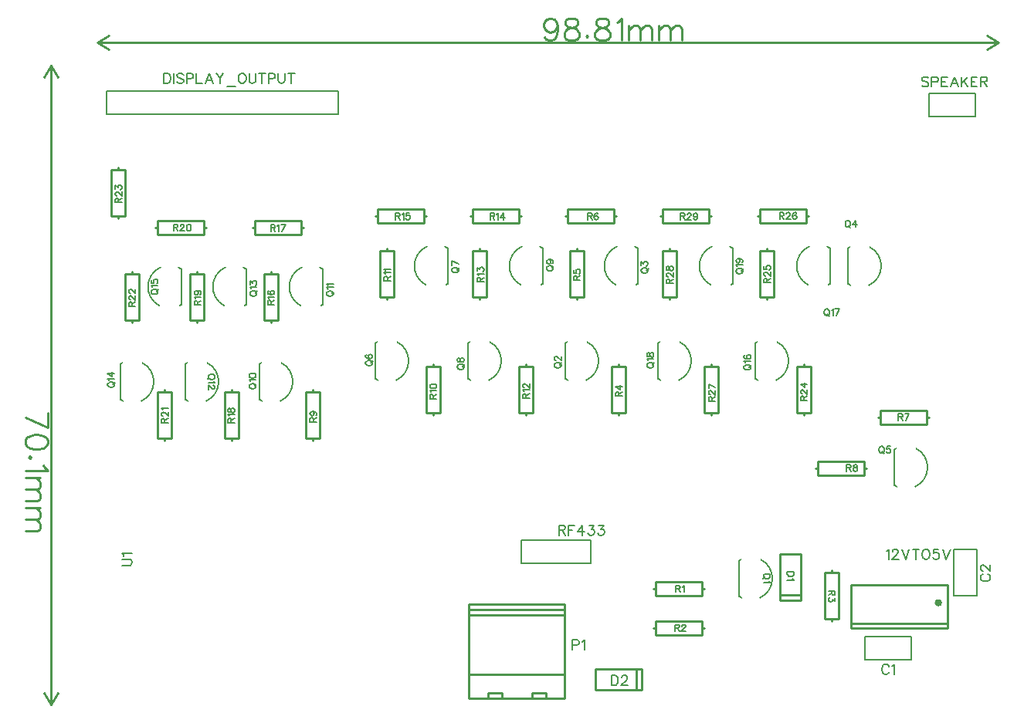
<source format=gto>
G04 ---------------------------- Layer name :TOP SILK LAYER*
G04 easyEDA 0.1*
G04 Scale: 100 percent, Rotated: No, Reflected: No *
G04 Dimensions in inches *
G04 leading zeros omitted , absolute positions ,2 integer and 4 * 
%FSLAX24Y24*%
%MOIN*%
G90*
G70D02*

%ADD10C,0.010000*%
%ADD11C,0.009000*%
%ADD12C,0.008000*%
%ADD13C,0.007992*%
%ADD14C,0.007900*%
%ADD15C,0.015748*%
%ADD16C,0.007000*%

%LPD*%
G54D10*
G01X20166Y28072D02*
G01X16033Y28072D01*
G01X20166Y28072D02*
G01X20166Y32127D01*
G01X20166Y32127D02*
G01X16033Y32127D01*
G01X16033Y28072D02*
G01X16033Y32127D01*
G01X20166Y29119D02*
G01X16033Y29119D01*
G01X20166Y31907D02*
G01X16033Y31907D01*
G01X20166Y31659D02*
G01X16033Y31659D01*
G01X17447Y28100D02*
G01X17447Y28313D01*
G01X16845Y28313D01*
G01X16845Y28100D01*
G01X19344Y28088D02*
G01X19344Y28301D01*
G01X18742Y28301D01*
G01X18742Y28088D01*
G54D11*
G01X21500Y29350D02*
G01X23500Y29350D01*
G01X23500Y28450D01*
G01X21500Y28450D01*
G01X21500Y29350D01*
G01X23250Y29350D02*
G01X23250Y28450D01*
G54D12*
G01X20550Y33900D02*
G01X21300Y33900D01*
G01X21300Y34900D01*
G01X18300Y34900D01*
G01X18300Y33900D01*
G54D13*
G01X18300Y33900D02*
G01X20550Y33900D01*
G54D10*
G01X36686Y31097D02*
G01X32513Y31097D01*
G01X32513Y32987D01*
G01X36686Y32987D01*
G01X36686Y31097D01*
G01X32513Y31294D02*
G01X36686Y31294D01*
G54D14*
G01X20173Y43411D02*
G01X20173Y41888D01*
G54D10*
G01X22200Y40400D02*
G01X22200Y42400D01*
G01X22200Y42400D02*
G01X22500Y42400D01*
G01X22500Y42400D02*
G01X22800Y42400D01*
G01X22800Y42400D02*
G01X22800Y40400D01*
G01X22800Y40400D02*
G01X22500Y40400D01*
G01X22500Y40400D02*
G01X22200Y40400D01*
G01X22500Y42400D02*
G01X22500Y42500D01*
G01X22500Y40400D02*
G01X22500Y40300D01*
G01X20400Y45400D02*
G01X20400Y47400D01*
G01X20400Y47400D02*
G01X20700Y47400D01*
G01X20700Y47400D02*
G01X21000Y47400D01*
G01X21000Y47400D02*
G01X21000Y45400D01*
G01X21000Y45400D02*
G01X20700Y45400D01*
G01X20700Y45400D02*
G01X20400Y45400D01*
G01X20700Y47400D02*
G01X20700Y47500D01*
G01X20700Y45400D02*
G01X20700Y45300D01*
G54D14*
G01X23326Y45988D02*
G01X23326Y47511D01*
G54D10*
G01X20300Y49200D02*
G01X22300Y49200D01*
G01X22300Y49200D02*
G01X22300Y48900D01*
G01X22300Y48900D02*
G01X22300Y48600D01*
G01X22300Y48600D02*
G01X20300Y48600D01*
G01X20300Y48600D02*
G01X20300Y48900D01*
G01X20300Y48900D02*
G01X20300Y49200D01*
G01X22300Y48900D02*
G01X22400Y48900D01*
G01X20300Y48900D02*
G01X20200Y48900D01*
G54D14*
G01X32373Y47511D02*
G01X32373Y45988D01*
G54D10*
G01X35800Y39900D02*
G01X33800Y39900D01*
G01X33800Y39900D02*
G01X33800Y40200D01*
G01X33800Y40200D02*
G01X33800Y40500D01*
G01X33800Y40500D02*
G01X35800Y40500D01*
G01X35800Y40500D02*
G01X35800Y40200D01*
G01X35800Y40200D02*
G01X35800Y39900D01*
G01X33800Y40200D02*
G01X33700Y40200D01*
G01X35800Y40200D02*
G01X35900Y40200D01*
G54D14*
G01X34373Y38811D02*
G01X34373Y37288D01*
G54D10*
G01X31100Y38300D02*
G01X33100Y38300D01*
G01X33100Y38300D02*
G01X33100Y38000D01*
G01X33100Y38000D02*
G01X33100Y37700D01*
G01X33100Y37700D02*
G01X31100Y37700D01*
G01X31100Y37700D02*
G01X31100Y38000D01*
G01X31100Y38000D02*
G01X31100Y38300D01*
G01X33100Y38000D02*
G01X33200Y38000D01*
G01X31100Y38000D02*
G01X31000Y38000D01*
G54D12*
G01X9650Y53300D02*
G01X10400Y53300D01*
G01X10400Y54300D01*
G01X400Y54300D01*
G01X400Y53300D01*
G54D13*
G01X400Y53300D02*
G01X9650Y53300D01*
G54D14*
G01X15973Y43411D02*
G01X15973Y41888D01*
G54D10*
G01X18200Y40400D02*
G01X18200Y42400D01*
G01X18200Y42400D02*
G01X18500Y42400D01*
G01X18500Y42400D02*
G01X18800Y42400D01*
G01X18800Y42400D02*
G01X18800Y40400D01*
G01X18800Y40400D02*
G01X18500Y40400D01*
G01X18500Y40400D02*
G01X18200Y40400D01*
G01X18500Y42400D02*
G01X18500Y42500D01*
G01X18500Y40400D02*
G01X18500Y40300D01*
G01X16200Y45400D02*
G01X16200Y47400D01*
G01X16200Y47400D02*
G01X16500Y47400D01*
G01X16500Y47400D02*
G01X16800Y47400D01*
G01X16800Y47400D02*
G01X16800Y45400D01*
G01X16800Y45400D02*
G01X16500Y45400D01*
G01X16500Y45400D02*
G01X16200Y45400D01*
G01X16500Y47400D02*
G01X16500Y47500D01*
G01X16500Y45400D02*
G01X16500Y45300D01*
G54D14*
G01X19226Y45988D02*
G01X19226Y47511D01*
G54D10*
G01X16200Y49200D02*
G01X18200Y49200D01*
G01X18200Y49200D02*
G01X18200Y48900D01*
G01X18200Y48900D02*
G01X18200Y48600D01*
G01X18200Y48600D02*
G01X16200Y48600D01*
G01X16200Y48600D02*
G01X16200Y48900D01*
G01X16200Y48900D02*
G01X16200Y49200D01*
G01X18200Y48900D02*
G01X18300Y48900D01*
G01X16200Y48900D02*
G01X16100Y48900D01*
G54D14*
G01X11973Y43411D02*
G01X11973Y41888D01*
G54D10*
G01X14200Y40400D02*
G01X14200Y42400D01*
G01X14200Y42400D02*
G01X14500Y42400D01*
G01X14500Y42400D02*
G01X14800Y42400D01*
G01X14800Y42400D02*
G01X14800Y40400D01*
G01X14800Y40400D02*
G01X14500Y40400D01*
G01X14500Y40400D02*
G01X14200Y40400D01*
G01X14500Y42400D02*
G01X14500Y42500D01*
G01X14500Y40400D02*
G01X14500Y40300D01*
G01X12200Y45400D02*
G01X12200Y47400D01*
G01X12200Y47400D02*
G01X12500Y47400D01*
G01X12500Y47400D02*
G01X12800Y47400D01*
G01X12800Y47400D02*
G01X12800Y45400D01*
G01X12800Y45400D02*
G01X12500Y45400D01*
G01X12500Y45400D02*
G01X12200Y45400D01*
G01X12500Y47400D02*
G01X12500Y47500D01*
G01X12500Y45400D02*
G01X12500Y45300D01*
G54D14*
G01X15126Y45988D02*
G01X15126Y47511D01*
G54D10*
G01X12100Y49200D02*
G01X14100Y49200D01*
G01X14100Y49200D02*
G01X14100Y48900D01*
G01X14100Y48900D02*
G01X14100Y48600D01*
G01X14100Y48600D02*
G01X12100Y48600D01*
G01X12100Y48600D02*
G01X12100Y48900D01*
G01X12100Y48900D02*
G01X12100Y49200D01*
G01X14100Y48900D02*
G01X14200Y48900D01*
G01X12100Y48900D02*
G01X12000Y48900D01*
G54D14*
G01X6973Y42511D02*
G01X6973Y40988D01*
G54D10*
G01X9000Y39300D02*
G01X9000Y41300D01*
G01X9000Y41300D02*
G01X9300Y41300D01*
G01X9300Y41300D02*
G01X9600Y41300D01*
G01X9600Y41300D02*
G01X9600Y39300D01*
G01X9600Y39300D02*
G01X9300Y39300D01*
G01X9300Y39300D02*
G01X9000Y39300D01*
G01X9300Y41300D02*
G01X9300Y41400D01*
G01X9300Y39300D02*
G01X9300Y39200D01*
G01X7200Y44400D02*
G01X7200Y46400D01*
G01X7200Y46400D02*
G01X7500Y46400D01*
G01X7500Y46400D02*
G01X7800Y46400D01*
G01X7800Y46400D02*
G01X7800Y44400D01*
G01X7800Y44400D02*
G01X7500Y44400D01*
G01X7500Y44400D02*
G01X7200Y44400D01*
G01X7500Y46400D02*
G01X7500Y46500D01*
G01X7500Y44400D02*
G01X7500Y44300D01*
G54D14*
G01X9726Y45088D02*
G01X9726Y46611D01*
G54D10*
G01X6800Y48700D02*
G01X8800Y48700D01*
G01X8800Y48700D02*
G01X8800Y48400D01*
G01X8800Y48400D02*
G01X8800Y48100D01*
G01X8800Y48100D02*
G01X6800Y48100D01*
G01X6800Y48100D02*
G01X6800Y48400D01*
G01X6800Y48400D02*
G01X6800Y48700D01*
G01X8800Y48400D02*
G01X8900Y48400D01*
G01X6800Y48400D02*
G01X6700Y48400D01*
G54D14*
G01X3773Y42511D02*
G01X3773Y40988D01*
G54D10*
G01X5500Y39300D02*
G01X5500Y41300D01*
G01X5500Y41300D02*
G01X5800Y41300D01*
G01X5800Y41300D02*
G01X6100Y41300D01*
G01X6100Y41300D02*
G01X6100Y39300D01*
G01X6100Y39300D02*
G01X5800Y39300D01*
G01X5800Y39300D02*
G01X5500Y39300D01*
G01X5800Y41300D02*
G01X5800Y41400D01*
G01X5800Y39300D02*
G01X5800Y39200D01*
G01X4000Y44400D02*
G01X4000Y46400D01*
G01X4000Y46400D02*
G01X4300Y46400D01*
G01X4300Y46400D02*
G01X4600Y46400D01*
G01X4600Y46400D02*
G01X4600Y44400D01*
G01X4600Y44400D02*
G01X4300Y44400D01*
G01X4300Y44400D02*
G01X4000Y44400D01*
G01X4300Y46400D02*
G01X4300Y46500D01*
G01X4300Y44400D02*
G01X4300Y44300D01*
G54D14*
G01X6426Y45088D02*
G01X6426Y46611D01*
G54D10*
G01X2600Y48700D02*
G01X4600Y48700D01*
G01X4600Y48700D02*
G01X4600Y48400D01*
G01X4600Y48400D02*
G01X4600Y48100D01*
G01X4600Y48100D02*
G01X2600Y48100D01*
G01X2600Y48100D02*
G01X2600Y48400D01*
G01X2600Y48400D02*
G01X2600Y48700D01*
G01X4600Y48400D02*
G01X4700Y48400D01*
G01X2600Y48400D02*
G01X2500Y48400D01*
G54D14*
G01X973Y42511D02*
G01X973Y40988D01*
G54D10*
G01X2600Y39300D02*
G01X2600Y41300D01*
G01X2600Y41300D02*
G01X2900Y41300D01*
G01X2900Y41300D02*
G01X3200Y41300D01*
G01X3200Y41300D02*
G01X3200Y39300D01*
G01X3200Y39300D02*
G01X2900Y39300D01*
G01X2900Y39300D02*
G01X2600Y39300D01*
G01X2900Y41300D02*
G01X2900Y41400D01*
G01X2900Y39300D02*
G01X2900Y39200D01*
G01X1200Y44400D02*
G01X1200Y46400D01*
G01X1200Y46400D02*
G01X1500Y46400D01*
G01X1500Y46400D02*
G01X1800Y46400D01*
G01X1800Y46400D02*
G01X1800Y44400D01*
G01X1800Y44400D02*
G01X1500Y44400D01*
G01X1500Y44400D02*
G01X1200Y44400D01*
G01X1500Y46400D02*
G01X1500Y46500D01*
G01X1500Y44400D02*
G01X1500Y44300D01*
G54D14*
G01X3626Y45088D02*
G01X3626Y46611D01*
G54D10*
G01X1200Y50900D02*
G01X1200Y48900D01*
G01X1200Y48900D02*
G01X900Y48900D01*
G01X900Y48900D02*
G01X600Y48900D01*
G01X600Y48900D02*
G01X600Y50900D01*
G01X600Y50900D02*
G01X900Y50900D01*
G01X900Y50900D02*
G01X1200Y50900D01*
G01X900Y48900D02*
G01X900Y48800D01*
G01X900Y50900D02*
G01X900Y51000D01*
G54D14*
G01X28373Y43411D02*
G01X28373Y41888D01*
G54D10*
G01X30200Y40400D02*
G01X30200Y42400D01*
G01X30200Y42400D02*
G01X30500Y42400D01*
G01X30500Y42400D02*
G01X30800Y42400D01*
G01X30800Y42400D02*
G01X30800Y40400D01*
G01X30800Y40400D02*
G01X30500Y40400D01*
G01X30500Y40400D02*
G01X30200Y40400D01*
G01X30500Y42400D02*
G01X30500Y42500D01*
G01X30500Y40400D02*
G01X30500Y40300D01*
G01X28600Y45400D02*
G01X28600Y47400D01*
G01X28600Y47400D02*
G01X28900Y47400D01*
G01X28900Y47400D02*
G01X29200Y47400D01*
G01X29200Y47400D02*
G01X29200Y45400D01*
G01X29200Y45400D02*
G01X28900Y45400D01*
G01X28900Y45400D02*
G01X28600Y45400D01*
G01X28900Y47400D02*
G01X28900Y47500D01*
G01X28900Y45400D02*
G01X28900Y45300D01*
G54D14*
G01X31626Y45988D02*
G01X31626Y47511D01*
G54D10*
G01X28600Y49200D02*
G01X30600Y49200D01*
G01X30600Y49200D02*
G01X30600Y48900D01*
G01X30600Y48900D02*
G01X30600Y48600D01*
G01X30600Y48600D02*
G01X28600Y48600D01*
G01X28600Y48600D02*
G01X28600Y48900D01*
G01X28600Y48900D02*
G01X28600Y49200D01*
G01X30600Y48900D02*
G01X30700Y48900D01*
G01X28600Y48900D02*
G01X28500Y48900D01*
G54D14*
G01X24173Y43411D02*
G01X24173Y41888D01*
G54D10*
G01X26200Y40400D02*
G01X26200Y42400D01*
G01X26200Y42400D02*
G01X26500Y42400D01*
G01X26500Y42400D02*
G01X26800Y42400D01*
G01X26800Y42400D02*
G01X26800Y40400D01*
G01X26800Y40400D02*
G01X26500Y40400D01*
G01X26500Y40400D02*
G01X26200Y40400D01*
G01X26500Y42400D02*
G01X26500Y42500D01*
G01X26500Y40400D02*
G01X26500Y40300D01*
G01X24400Y45400D02*
G01X24400Y47400D01*
G01X24400Y47400D02*
G01X24700Y47400D01*
G01X24700Y47400D02*
G01X25000Y47400D01*
G01X25000Y47400D02*
G01X25000Y45400D01*
G01X25000Y45400D02*
G01X24700Y45400D01*
G01X24700Y45400D02*
G01X24400Y45400D01*
G01X24700Y47400D02*
G01X24700Y47500D01*
G01X24700Y45400D02*
G01X24700Y45300D01*
G54D14*
G01X27426Y45988D02*
G01X27426Y47511D01*
G54D10*
G01X24400Y49200D02*
G01X26400Y49200D01*
G01X26400Y49200D02*
G01X26400Y48900D01*
G01X26400Y48900D02*
G01X26400Y48600D01*
G01X26400Y48600D02*
G01X24400Y48600D01*
G01X24400Y48600D02*
G01X24400Y48900D01*
G01X24400Y48900D02*
G01X24400Y49200D01*
G01X26400Y48900D02*
G01X26500Y48900D01*
G01X24400Y48900D02*
G01X24300Y48900D01*
G01X24100Y33100D02*
G01X26100Y33100D01*
G01X26100Y33100D02*
G01X26100Y32800D01*
G01X26100Y32800D02*
G01X26100Y32500D01*
G01X26100Y32500D02*
G01X24100Y32500D01*
G01X24100Y32500D02*
G01X24100Y32800D01*
G01X24100Y32800D02*
G01X24100Y33100D01*
G01X26100Y32800D02*
G01X26200Y32800D01*
G01X24100Y32800D02*
G01X24000Y32800D01*
G54D14*
G01X27673Y34011D02*
G01X27673Y32488D01*
G54D10*
G01X24100Y31400D02*
G01X26100Y31400D01*
G01X26100Y31400D02*
G01X26100Y31100D01*
G01X26100Y31100D02*
G01X26100Y30800D01*
G01X26100Y30800D02*
G01X24100Y30800D01*
G01X24100Y30800D02*
G01X24100Y31100D01*
G01X24100Y31100D02*
G01X24100Y31400D01*
G01X26100Y31100D02*
G01X26200Y31100D01*
G01X24100Y31100D02*
G01X24000Y31100D01*
G54D12*
G01X35900Y53200D02*
G01X35900Y54200D01*
G01X37900Y54200D01*
G01X37900Y53200D01*
G01X37150Y53200D01*
G54D13*
G01X35900Y53200D02*
G01X37150Y53200D01*
G54D11*
G01X30350Y34300D02*
G01X30350Y32300D01*
G01X29450Y32300D01*
G01X29450Y34300D01*
G01X30350Y34300D01*
G01X30350Y32550D02*
G01X29450Y32550D01*
G54D10*
G01X31400Y31500D02*
G01X31400Y33500D01*
G01X31400Y33500D02*
G01X31700Y33500D01*
G01X31700Y33500D02*
G01X32000Y33500D01*
G01X32000Y33500D02*
G01X32000Y31500D01*
G01X32000Y31500D02*
G01X31700Y31500D01*
G01X31700Y31500D02*
G01X31400Y31500D01*
G01X31700Y33500D02*
G01X31700Y33600D01*
G01X31700Y31500D02*
G01X31700Y31400D01*
G54D14*
G01X33111Y29730D02*
G01X35110Y29730D01*
G01X35110Y30730D01*
G01X33111Y30730D01*
G01X33111Y29730D01*
G01X37968Y32511D02*
G01X37968Y34511D01*
G01X36968Y34511D01*
G01X36968Y32511D01*
G01X37968Y32511D01*
G54D10*
G01X0Y56400D02*
G01X38900Y56400D01*
G01X500Y56100D02*
G01X0Y56400D01*
G01X500Y56700D01*
G01X38400Y56100D02*
G01X38900Y56400D01*
G01X38400Y56700D01*
G01X19840Y57127D02*
G01X19794Y56990D01*
G01X19705Y56900D01*
G01X19567Y56855D01*
G01X19523Y56855D01*
G01X19386Y56900D01*
G01X19294Y56990D01*
G01X19250Y57127D01*
G01X19250Y57173D01*
G01X19294Y57309D01*
G01X19386Y57400D01*
G01X19523Y57444D01*
G01X19567Y57444D01*
G01X19705Y57400D01*
G01X19794Y57309D01*
G01X19840Y57127D01*
G01X19840Y56900D01*
G01X19794Y56673D01*
G01X19705Y56536D01*
G01X19567Y56490D01*
G01X19477Y56490D01*
G01X19340Y56536D01*
G01X19294Y56627D01*
G01X20367Y57444D02*
G01X20232Y57400D01*
G01X20186Y57309D01*
G01X20186Y57217D01*
G01X20232Y57127D01*
G01X20323Y57082D01*
G01X20505Y57036D01*
G01X20640Y56990D01*
G01X20732Y56900D01*
G01X20777Y56809D01*
G01X20777Y56673D01*
G01X20732Y56582D01*
G01X20686Y56536D01*
G01X20550Y56490D01*
G01X20367Y56490D01*
G01X20232Y56536D01*
G01X20186Y56582D01*
G01X20140Y56673D01*
G01X20140Y56809D01*
G01X20186Y56900D01*
G01X20277Y56990D01*
G01X20413Y57036D01*
G01X20594Y57082D01*
G01X20686Y57127D01*
G01X20732Y57217D01*
G01X20732Y57309D01*
G01X20686Y57400D01*
G01X20550Y57444D01*
G01X20367Y57444D01*
G01X21123Y56717D02*
G01X21077Y56673D01*
G01X21123Y56627D01*
G01X21167Y56673D01*
G01X21123Y56717D01*
G01X21694Y57444D02*
G01X21559Y57400D01*
G01X21513Y57309D01*
G01X21513Y57217D01*
G01X21559Y57127D01*
G01X21650Y57082D01*
G01X21832Y57036D01*
G01X21967Y56990D01*
G01X22059Y56900D01*
G01X22105Y56809D01*
G01X22105Y56673D01*
G01X22059Y56582D01*
G01X22013Y56536D01*
G01X21877Y56490D01*
G01X21694Y56490D01*
G01X21559Y56536D01*
G01X21513Y56582D01*
G01X21467Y56673D01*
G01X21467Y56809D01*
G01X21513Y56900D01*
G01X21605Y56990D01*
G01X21740Y57036D01*
G01X21923Y57082D01*
G01X22013Y57127D01*
G01X22059Y57217D01*
G01X22059Y57309D01*
G01X22013Y57400D01*
G01X21877Y57444D01*
G01X21694Y57444D01*
G01X22405Y57263D02*
G01X22494Y57309D01*
G01X22632Y57444D01*
G01X22632Y56490D01*
G01X22932Y57127D02*
G01X22932Y56490D01*
G01X22932Y56944D02*
G01X23067Y57082D01*
G01X23159Y57127D01*
G01X23294Y57127D01*
G01X23386Y57082D01*
G01X23432Y56944D01*
G01X23432Y56490D01*
G01X23432Y56944D02*
G01X23567Y57082D01*
G01X23659Y57127D01*
G01X23794Y57127D01*
G01X23886Y57082D01*
G01X23932Y56944D01*
G01X23932Y56490D01*
G01X24232Y57127D02*
G01X24232Y56490D01*
G01X24232Y56944D02*
G01X24367Y57082D01*
G01X24459Y57127D01*
G01X24594Y57127D01*
G01X24686Y57082D01*
G01X24732Y56944D01*
G01X24732Y56490D01*
G01X24732Y56944D02*
G01X24867Y57082D01*
G01X24959Y57127D01*
G01X25094Y57127D01*
G01X25186Y57082D01*
G01X25232Y56944D01*
G01X25232Y56490D01*
G01X-2000Y55400D02*
G01X-2000Y27800D01*
G01X-1700Y54900D02*
G01X-2000Y55400D01*
G01X-2300Y54900D01*
G01X-1700Y28300D02*
G01X-2000Y27800D01*
G01X-2300Y28300D01*
G01X-2155Y39763D02*
G01X-3109Y40217D01*
G01X-2155Y40400D02*
G01X-2155Y39763D01*
G01X-2155Y39190D02*
G01X-2200Y39327D01*
G01X-2336Y39417D01*
G01X-2563Y39463D01*
G01X-2700Y39463D01*
G01X-2926Y39417D01*
G01X-3063Y39327D01*
G01X-3109Y39190D01*
G01X-3109Y39100D01*
G01X-3063Y38963D01*
G01X-2926Y38873D01*
G01X-2700Y38827D01*
G01X-2563Y38827D01*
G01X-2336Y38873D01*
G01X-2200Y38963D01*
G01X-2155Y39100D01*
G01X-2155Y39190D01*
G01X-2882Y38482D02*
G01X-2926Y38527D01*
G01X-2973Y38482D01*
G01X-2926Y38436D01*
G01X-2882Y38482D01*
G01X-2336Y38136D02*
G01X-2290Y38044D01*
G01X-2155Y37909D01*
G01X-3109Y37909D01*
G01X-2473Y37609D02*
G01X-3109Y37609D01*
G01X-2655Y37609D02*
G01X-2517Y37473D01*
G01X-2473Y37382D01*
G01X-2473Y37244D01*
G01X-2517Y37155D01*
G01X-2655Y37109D01*
G01X-3109Y37109D01*
G01X-2655Y37109D02*
G01X-2517Y36973D01*
G01X-2473Y36882D01*
G01X-2473Y36744D01*
G01X-2517Y36655D01*
G01X-2655Y36609D01*
G01X-3109Y36609D01*
G01X-2473Y36309D02*
G01X-3109Y36309D01*
G01X-2655Y36309D02*
G01X-2517Y36173D01*
G01X-2473Y36082D01*
G01X-2473Y35944D01*
G01X-2517Y35855D01*
G01X-2655Y35809D01*
G01X-3109Y35809D01*
G01X-2655Y35809D02*
G01X-2517Y35673D01*
G01X-2473Y35582D01*
G01X-2473Y35444D01*
G01X-2517Y35355D01*
G01X-2655Y35309D01*
G01X-3109Y35309D01*
G54D16*
G01X20500Y30599D02*
G01X20500Y30170D01*
G01X20500Y30599D02*
G01X20684Y30599D01*
G01X20744Y30579D01*
G01X20765Y30558D01*
G01X20786Y30517D01*
G01X20786Y30456D01*
G01X20765Y30415D01*
G01X20744Y30395D01*
G01X20684Y30374D01*
G01X20500Y30374D01*
G01X20921Y30517D02*
G01X20961Y30538D01*
G01X21023Y30599D01*
G01X21023Y30170D01*
G01X22180Y29065D02*
G01X22180Y28636D01*
G01X22180Y29065D02*
G01X22323Y29065D01*
G01X22384Y29044D01*
G01X22425Y29003D01*
G01X22446Y28963D01*
G01X22465Y28902D01*
G01X22465Y28800D01*
G01X22446Y28738D01*
G01X22425Y28696D01*
G01X22384Y28655D01*
G01X22323Y28636D01*
G01X22180Y28636D01*
G01X22621Y28963D02*
G01X22621Y28984D01*
G01X22642Y29025D01*
G01X22663Y29044D01*
G01X22703Y29065D01*
G01X22784Y29065D01*
G01X22826Y29044D01*
G01X22846Y29025D01*
G01X22867Y28984D01*
G01X22867Y28942D01*
G01X22846Y28902D01*
G01X22805Y28840D01*
G01X22601Y28636D01*
G01X22888Y28636D01*
G01X19905Y35548D02*
G01X19905Y35119D01*
G01X19905Y35548D02*
G01X20088Y35548D01*
G01X20150Y35528D01*
G01X20171Y35507D01*
G01X20190Y35467D01*
G01X20190Y35426D01*
G01X20171Y35384D01*
G01X20150Y35363D01*
G01X20088Y35344D01*
G01X19905Y35344D01*
G01X20048Y35344D02*
G01X20190Y35119D01*
G01X20326Y35548D02*
G01X20326Y35119D01*
G01X20326Y35548D02*
G01X20592Y35548D01*
G01X20326Y35344D02*
G01X20490Y35344D01*
G01X20932Y35548D02*
G01X20727Y35261D01*
G01X21034Y35261D01*
G01X20932Y35548D02*
G01X20932Y35119D01*
G01X21209Y35548D02*
G01X21434Y35548D01*
G01X21311Y35384D01*
G01X21373Y35384D01*
G01X21415Y35363D01*
G01X21434Y35344D01*
G01X21455Y35282D01*
G01X21455Y35242D01*
G01X21434Y35180D01*
G01X21394Y35138D01*
G01X21332Y35119D01*
G01X21271Y35119D01*
G01X21209Y35138D01*
G01X21190Y35159D01*
G01X21169Y35201D01*
G01X21630Y35548D02*
G01X21855Y35548D01*
G01X21734Y35384D01*
G01X21794Y35384D01*
G01X21836Y35363D01*
G01X21855Y35344D01*
G01X21877Y35282D01*
G01X21877Y35242D01*
G01X21855Y35180D01*
G01X21815Y35138D01*
G01X21753Y35119D01*
G01X21692Y35119D01*
G01X21630Y35138D01*
G01X21611Y35159D01*
G01X21590Y35201D01*
G01X34051Y34429D02*
G01X34086Y34450D01*
G01X34155Y34511D01*
G01X34155Y34082D01*
G01X34305Y34409D02*
G01X34305Y34429D01*
G01X34330Y34469D01*
G01X34351Y34490D01*
G01X34386Y34511D01*
G01X34472Y34511D01*
G01X34511Y34490D01*
G01X34530Y34469D01*
G01X34555Y34429D01*
G01X34555Y34388D01*
G01X34530Y34346D01*
G01X34493Y34286D01*
G01X34286Y34082D01*
G01X34576Y34082D01*
G01X34709Y34511D02*
G01X34876Y34082D01*
G01X35034Y34511D02*
G01X34876Y34082D01*
G01X35311Y34511D02*
G01X35311Y34082D01*
G01X35172Y34511D02*
G01X35455Y34511D01*
G01X35711Y34511D02*
G01X35676Y34490D01*
G01X35634Y34450D01*
G01X35611Y34409D01*
G01X35593Y34346D01*
G01X35593Y34244D01*
G01X35611Y34184D01*
G01X35634Y34142D01*
G01X35676Y34104D01*
G01X35711Y34082D01*
G01X35797Y34082D01*
G01X35836Y34104D01*
G01X35880Y34142D01*
G01X35901Y34184D01*
G01X35922Y34244D01*
G01X35922Y34346D01*
G01X35901Y34409D01*
G01X35880Y34450D01*
G01X35836Y34490D01*
G01X35797Y34511D01*
G01X35711Y34511D01*
G01X36301Y34511D02*
G01X36097Y34511D01*
G01X36076Y34329D01*
G01X36097Y34346D01*
G01X36155Y34367D01*
G01X36222Y34367D01*
G01X36280Y34346D01*
G01X36322Y34307D01*
G01X36336Y34244D01*
G01X36336Y34204D01*
G01X36322Y34142D01*
G01X36280Y34104D01*
G01X36222Y34082D01*
G01X36155Y34082D01*
G01X36097Y34104D01*
G01X36076Y34121D01*
G01X36055Y34163D01*
G01X36476Y34511D02*
G01X36636Y34082D01*
G01X36805Y34511D02*
G01X36636Y34082D01*
G01X19719Y42436D02*
G01X19732Y42409D01*
G01X19759Y42380D01*
G01X19788Y42367D01*
G01X19828Y42354D01*
G01X19896Y42354D01*
G01X19938Y42367D01*
G01X19965Y42380D01*
G01X19992Y42409D01*
G01X20005Y42436D01*
G01X20005Y42490D01*
G01X19992Y42517D01*
G01X19965Y42544D01*
G01X19938Y42559D01*
G01X19896Y42571D01*
G01X19828Y42571D01*
G01X19788Y42559D01*
G01X19759Y42544D01*
G01X19732Y42517D01*
G01X19719Y42490D01*
G01X19719Y42436D01*
G01X19951Y42477D02*
G01X20032Y42559D01*
G01X19788Y42676D02*
G01X19773Y42676D01*
G01X19746Y42688D01*
G01X19732Y42703D01*
G01X19719Y42730D01*
G01X19719Y42784D01*
G01X19732Y42811D01*
G01X19746Y42826D01*
G01X19773Y42838D01*
G01X19801Y42838D01*
G01X19828Y42826D01*
G01X19869Y42798D01*
G01X20005Y42661D01*
G01X20005Y42853D01*
G01X22365Y41123D02*
G01X22652Y41123D01*
G01X22365Y41123D02*
G01X22365Y41246D01*
G01X22378Y41288D01*
G01X22392Y41301D01*
G01X22419Y41315D01*
G01X22446Y41315D01*
G01X22473Y41301D01*
G01X22488Y41288D01*
G01X22502Y41246D01*
G01X22502Y41123D01*
G01X22502Y41219D02*
G01X22652Y41315D01*
G01X22365Y41540D02*
G01X22555Y41405D01*
G01X22555Y41609D01*
G01X22365Y41540D02*
G01X22652Y41540D01*
G01X20552Y46138D02*
G01X20838Y46138D01*
G01X20552Y46138D02*
G01X20552Y46261D01*
G01X20565Y46302D01*
G01X20580Y46315D01*
G01X20607Y46329D01*
G01X20634Y46329D01*
G01X20661Y46315D01*
G01X20675Y46302D01*
G01X20688Y46261D01*
G01X20688Y46138D01*
G01X20688Y46232D02*
G01X20838Y46329D01*
G01X20552Y46582D02*
G01X20552Y46446D01*
G01X20675Y46432D01*
G01X20661Y46446D01*
G01X20648Y46486D01*
G01X20648Y46528D01*
G01X20661Y46569D01*
G01X20688Y46596D01*
G01X20730Y46609D01*
G01X20757Y46609D01*
G01X20798Y46596D01*
G01X20825Y46569D01*
G01X20838Y46528D01*
G01X20838Y46486D01*
G01X20825Y46446D01*
G01X20811Y46432D01*
G01X20784Y46419D01*
G01X23463Y46530D02*
G01X23477Y46503D01*
G01X23503Y46475D01*
G01X23532Y46461D01*
G01X23571Y46448D01*
G01X23640Y46448D01*
G01X23682Y46461D01*
G01X23709Y46475D01*
G01X23736Y46503D01*
G01X23750Y46530D01*
G01X23750Y46584D01*
G01X23736Y46611D01*
G01X23709Y46638D01*
G01X23682Y46653D01*
G01X23640Y46665D01*
G01X23571Y46665D01*
G01X23532Y46653D01*
G01X23503Y46638D01*
G01X23477Y46611D01*
G01X23463Y46584D01*
G01X23463Y46530D01*
G01X23694Y46571D02*
G01X23777Y46653D01*
G01X23463Y46782D02*
G01X23463Y46932D01*
G01X23571Y46852D01*
G01X23571Y46892D01*
G01X23586Y46919D01*
G01X23600Y46932D01*
G01X23640Y46946D01*
G01X23667Y46946D01*
G01X23709Y46932D01*
G01X23736Y46905D01*
G01X23750Y46865D01*
G01X23750Y46823D01*
G01X23736Y46782D01*
G01X23721Y46769D01*
G01X23694Y46755D01*
G01X21155Y49034D02*
G01X21155Y48746D01*
G01X21155Y49034D02*
G01X21278Y49034D01*
G01X21319Y49019D01*
G01X21332Y49005D01*
G01X21346Y48979D01*
G01X21346Y48952D01*
G01X21332Y48925D01*
G01X21319Y48911D01*
G01X21278Y48896D01*
G01X21155Y48896D01*
G01X21250Y48896D02*
G01X21346Y48746D01*
G01X21600Y48992D02*
G01X21586Y49019D01*
G01X21544Y49034D01*
G01X21517Y49034D01*
G01X21477Y49019D01*
G01X21450Y48979D01*
G01X21436Y48911D01*
G01X21436Y48842D01*
G01X21450Y48788D01*
G01X21477Y48761D01*
G01X21517Y48746D01*
G01X21530Y48746D01*
G01X21571Y48761D01*
G01X21600Y48788D01*
G01X21613Y48829D01*
G01X21613Y48842D01*
G01X21600Y48884D01*
G01X21571Y48911D01*
G01X21530Y48925D01*
G01X21517Y48925D01*
G01X21477Y48911D01*
G01X21450Y48884D01*
G01X21436Y48842D01*
G01X32355Y48717D02*
G01X32328Y48704D01*
G01X32300Y48677D01*
G01X32286Y48648D01*
G01X32273Y48609D01*
G01X32273Y48540D01*
G01X32286Y48498D01*
G01X32300Y48471D01*
G01X32328Y48444D01*
G01X32355Y48430D01*
G01X32409Y48430D01*
G01X32436Y48444D01*
G01X32463Y48471D01*
G01X32478Y48498D01*
G01X32490Y48540D01*
G01X32490Y48609D01*
G01X32478Y48648D01*
G01X32463Y48677D01*
G01X32436Y48704D01*
G01X32409Y48717D01*
G01X32355Y48717D01*
G01X32396Y48486D02*
G01X32478Y48404D01*
G01X32717Y48717D02*
G01X32580Y48527D01*
G01X32786Y48527D01*
G01X32717Y48717D02*
G01X32717Y48430D01*
G01X34565Y40361D02*
G01X34565Y40075D01*
G01X34565Y40361D02*
G01X34689Y40361D01*
G01X34730Y40348D01*
G01X34743Y40334D01*
G01X34756Y40307D01*
G01X34756Y40280D01*
G01X34743Y40253D01*
G01X34730Y40238D01*
G01X34689Y40225D01*
G01X34565Y40225D01*
G01X34660Y40225D02*
G01X34756Y40075D01*
G01X35038Y40361D02*
G01X34901Y40075D01*
G01X34847Y40361D02*
G01X35038Y40361D01*
G01X33819Y38959D02*
G01X33793Y38946D01*
G01X33764Y38919D01*
G01X33752Y38890D01*
G01X33738Y38851D01*
G01X33738Y38782D01*
G01X33752Y38740D01*
G01X33764Y38713D01*
G01X33793Y38686D01*
G01X33819Y38673D01*
G01X33873Y38673D01*
G01X33902Y38686D01*
G01X33929Y38713D01*
G01X33943Y38740D01*
G01X33956Y38782D01*
G01X33956Y38851D01*
G01X33943Y38890D01*
G01X33929Y38919D01*
G01X33902Y38946D01*
G01X33873Y38959D01*
G01X33819Y38959D01*
G01X33860Y38728D02*
G01X33943Y38646D01*
G01X34210Y38959D02*
G01X34072Y38959D01*
G01X34060Y38836D01*
G01X34072Y38851D01*
G01X34114Y38863D01*
G01X34155Y38863D01*
G01X34196Y38851D01*
G01X34222Y38823D01*
G01X34236Y38782D01*
G01X34236Y38755D01*
G01X34222Y38713D01*
G01X34196Y38686D01*
G01X34155Y38673D01*
G01X34114Y38673D01*
G01X34072Y38686D01*
G01X34060Y38701D01*
G01X34046Y38728D01*
G01X32332Y38167D02*
G01X32332Y37880D01*
G01X32332Y38167D02*
G01X32455Y38167D01*
G01X32496Y38153D01*
G01X32509Y38138D01*
G01X32523Y38111D01*
G01X32523Y38084D01*
G01X32509Y38057D01*
G01X32496Y38044D01*
G01X32455Y38030D01*
G01X32332Y38030D01*
G01X32427Y38030D02*
G01X32523Y37880D01*
G01X32680Y38167D02*
G01X32640Y38153D01*
G01X32627Y38126D01*
G01X32627Y38098D01*
G01X32640Y38071D01*
G01X32667Y38057D01*
G01X32721Y38044D01*
G01X32763Y38030D01*
G01X32790Y38003D01*
G01X32804Y37976D01*
G01X32804Y37934D01*
G01X32790Y37907D01*
G01X32777Y37894D01*
G01X32736Y37880D01*
G01X32680Y37880D01*
G01X32640Y37894D01*
G01X32627Y37907D01*
G01X32613Y37934D01*
G01X32613Y37976D01*
G01X32627Y38003D01*
G01X32653Y38030D01*
G01X32694Y38044D01*
G01X32748Y38057D01*
G01X32777Y38071D01*
G01X32790Y38098D01*
G01X32790Y38126D01*
G01X32777Y38153D01*
G01X32736Y38167D01*
G01X32680Y38167D01*
G01X2869Y55067D02*
G01X2869Y54638D01*
G01X2869Y55067D02*
G01X3013Y55067D01*
G01X3075Y55046D01*
G01X3115Y55005D01*
G01X3136Y54965D01*
G01X3155Y54904D01*
G01X3155Y54802D01*
G01X3136Y54740D01*
G01X3115Y54698D01*
G01X3075Y54657D01*
G01X3013Y54638D01*
G01X2869Y54638D01*
G01X3290Y55067D02*
G01X3290Y54638D01*
G01X3713Y55005D02*
G01X3671Y55046D01*
G01X3609Y55067D01*
G01X3528Y55067D01*
G01X3467Y55046D01*
G01X3426Y55005D01*
G01X3426Y54965D01*
G01X3446Y54923D01*
G01X3467Y54904D01*
G01X3507Y54882D01*
G01X3630Y54842D01*
G01X3671Y54821D01*
G01X3692Y54802D01*
G01X3713Y54761D01*
G01X3713Y54698D01*
G01X3671Y54657D01*
G01X3609Y54638D01*
G01X3528Y54638D01*
G01X3467Y54657D01*
G01X3426Y54698D01*
G01X3848Y55067D02*
G01X3848Y54638D01*
G01X3848Y55067D02*
G01X4032Y55067D01*
G01X4092Y55046D01*
G01X4113Y55027D01*
G01X4134Y54986D01*
G01X4134Y54923D01*
G01X4113Y54882D01*
G01X4092Y54863D01*
G01X4032Y54842D01*
G01X3848Y54842D01*
G01X4269Y55067D02*
G01X4269Y54638D01*
G01X4269Y54638D02*
G01X4515Y54638D01*
G01X4813Y55067D02*
G01X4650Y54638D01*
G01X4813Y55067D02*
G01X4976Y54638D01*
G01X4711Y54780D02*
G01X4915Y54780D01*
G01X5111Y55067D02*
G01X5275Y54863D01*
G01X5275Y54638D01*
G01X5438Y55067D02*
G01X5275Y54863D01*
G01X5573Y54494D02*
G01X5942Y54494D01*
G01X6200Y55067D02*
G01X6159Y55046D01*
G01X6117Y55005D01*
G01X6098Y54965D01*
G01X6076Y54904D01*
G01X6076Y54802D01*
G01X6098Y54740D01*
G01X6117Y54698D01*
G01X6159Y54657D01*
G01X6200Y54638D01*
G01X6282Y54638D01*
G01X6323Y54657D01*
G01X6363Y54698D01*
G01X6384Y54740D01*
G01X6405Y54802D01*
G01X6405Y54904D01*
G01X6384Y54965D01*
G01X6363Y55005D01*
G01X6323Y55046D01*
G01X6282Y55067D01*
G01X6200Y55067D01*
G01X6540Y55067D02*
G01X6540Y54761D01*
G01X6559Y54698D01*
G01X6601Y54657D01*
G01X6661Y54638D01*
G01X6703Y54638D01*
G01X6765Y54657D01*
G01X6805Y54698D01*
G01X6826Y54761D01*
G01X6826Y55067D01*
G01X7103Y55067D02*
G01X7103Y54638D01*
G01X6961Y55067D02*
G01X7246Y55067D01*
G01X7382Y55067D02*
G01X7382Y54638D01*
G01X7382Y55067D02*
G01X7565Y55067D01*
G01X7628Y55046D01*
G01X7648Y55027D01*
G01X7669Y54986D01*
G01X7669Y54923D01*
G01X7648Y54882D01*
G01X7628Y54863D01*
G01X7565Y54842D01*
G01X7382Y54842D01*
G01X7803Y55067D02*
G01X7803Y54761D01*
G01X7823Y54698D01*
G01X7865Y54657D01*
G01X7926Y54638D01*
G01X7967Y54638D01*
G01X8028Y54657D01*
G01X8069Y54698D01*
G01X8090Y54761D01*
G01X8090Y55067D01*
G01X8367Y55067D02*
G01X8367Y54638D01*
G01X8225Y55067D02*
G01X8511Y55067D01*
G01X15530Y42369D02*
G01X15544Y42342D01*
G01X15571Y42313D01*
G01X15600Y42301D01*
G01X15638Y42286D01*
G01X15709Y42286D01*
G01X15750Y42301D01*
G01X15776Y42313D01*
G01X15803Y42342D01*
G01X15817Y42369D01*
G01X15817Y42423D01*
G01X15803Y42451D01*
G01X15776Y42478D01*
G01X15750Y42492D01*
G01X15709Y42505D01*
G01X15638Y42505D01*
G01X15600Y42492D01*
G01X15571Y42478D01*
G01X15544Y42451D01*
G01X15530Y42423D01*
G01X15530Y42369D01*
G01X15761Y42409D02*
G01X15844Y42492D01*
G01X15530Y42663D02*
G01X15544Y42621D01*
G01X15571Y42609D01*
G01X15600Y42609D01*
G01X15626Y42621D01*
G01X15638Y42650D01*
G01X15653Y42704D01*
G01X15667Y42744D01*
G01X15694Y42771D01*
G01X15721Y42786D01*
G01X15761Y42786D01*
G01X15788Y42771D01*
G01X15803Y42759D01*
G01X15817Y42717D01*
G01X15817Y42663D01*
G01X15803Y42621D01*
G01X15788Y42609D01*
G01X15761Y42594D01*
G01X15721Y42594D01*
G01X15694Y42609D01*
G01X15667Y42636D01*
G01X15653Y42677D01*
G01X15638Y42732D01*
G01X15626Y42759D01*
G01X15600Y42771D01*
G01X15571Y42771D01*
G01X15544Y42759D01*
G01X15530Y42717D01*
G01X15530Y42663D01*
G01X18361Y41044D02*
G01X18648Y41044D01*
G01X18361Y41044D02*
G01X18361Y41167D01*
G01X18375Y41207D01*
G01X18388Y41221D01*
G01X18415Y41234D01*
G01X18442Y41234D01*
G01X18469Y41221D01*
G01X18484Y41207D01*
G01X18498Y41167D01*
G01X18498Y41044D01*
G01X18498Y41138D02*
G01X18648Y41234D01*
G01X18415Y41325D02*
G01X18402Y41352D01*
G01X18361Y41392D01*
G01X18648Y41392D01*
G01X18430Y41496D02*
G01X18415Y41496D01*
G01X18388Y41509D01*
G01X18375Y41523D01*
G01X18361Y41551D01*
G01X18361Y41605D01*
G01X18375Y41632D01*
G01X18388Y41646D01*
G01X18415Y41659D01*
G01X18442Y41659D01*
G01X18469Y41646D01*
G01X18511Y41619D01*
G01X18648Y41482D01*
G01X18648Y41673D01*
G01X16388Y46059D02*
G01X16675Y46059D01*
G01X16388Y46059D02*
G01X16388Y46182D01*
G01X16402Y46223D01*
G01X16415Y46236D01*
G01X16442Y46251D01*
G01X16469Y46251D01*
G01X16496Y46236D01*
G01X16511Y46223D01*
G01X16525Y46182D01*
G01X16525Y46059D01*
G01X16525Y46155D02*
G01X16675Y46251D01*
G01X16442Y46340D02*
G01X16428Y46367D01*
G01X16388Y46409D01*
G01X16675Y46409D01*
G01X16388Y46526D02*
G01X16388Y46676D01*
G01X16496Y46594D01*
G01X16496Y46634D01*
G01X16511Y46663D01*
G01X16525Y46676D01*
G01X16565Y46690D01*
G01X16592Y46690D01*
G01X16634Y46676D01*
G01X16661Y46648D01*
G01X16675Y46607D01*
G01X16675Y46567D01*
G01X16661Y46526D01*
G01X16646Y46513D01*
G01X16619Y46498D01*
G01X19378Y46621D02*
G01X19392Y46594D01*
G01X19419Y46567D01*
G01X19448Y46554D01*
G01X19488Y46540D01*
G01X19557Y46540D01*
G01X19598Y46554D01*
G01X19625Y46567D01*
G01X19652Y46594D01*
G01X19665Y46621D01*
G01X19665Y46676D01*
G01X19652Y46704D01*
G01X19625Y46730D01*
G01X19598Y46744D01*
G01X19557Y46757D01*
G01X19488Y46757D01*
G01X19448Y46744D01*
G01X19419Y46730D01*
G01X19392Y46704D01*
G01X19378Y46676D01*
G01X19378Y46621D01*
G01X19611Y46663D02*
G01X19692Y46744D01*
G01X19475Y47025D02*
G01X19515Y47011D01*
G01X19542Y46984D01*
G01X19557Y46944D01*
G01X19557Y46930D01*
G01X19542Y46888D01*
G01X19515Y46861D01*
G01X19475Y46848D01*
G01X19461Y46848D01*
G01X19419Y46861D01*
G01X19392Y46888D01*
G01X19378Y46930D01*
G01X19378Y46944D01*
G01X19392Y46984D01*
G01X19419Y47011D01*
G01X19475Y47025D01*
G01X19542Y47025D01*
G01X19611Y47011D01*
G01X19652Y46984D01*
G01X19665Y46944D01*
G01X19665Y46915D01*
G01X19652Y46875D01*
G01X19625Y46861D01*
G01X16946Y49040D02*
G01X16946Y48753D01*
G01X16946Y49040D02*
G01X17069Y49040D01*
G01X17109Y49026D01*
G01X17123Y49011D01*
G01X17136Y48984D01*
G01X17136Y48957D01*
G01X17123Y48930D01*
G01X17109Y48917D01*
G01X17069Y48903D01*
G01X16946Y48903D01*
G01X17040Y48903D02*
G01X17136Y48753D01*
G01X17227Y48984D02*
G01X17253Y48998D01*
G01X17294Y49040D01*
G01X17294Y48753D01*
G01X17521Y49040D02*
G01X17384Y48848D01*
G01X17590Y48848D01*
G01X17521Y49040D02*
G01X17521Y48753D01*
G01X11567Y42526D02*
G01X11580Y42498D01*
G01X11607Y42471D01*
G01X11636Y42457D01*
G01X11676Y42444D01*
G01X11744Y42444D01*
G01X11786Y42457D01*
G01X11813Y42471D01*
G01X11840Y42498D01*
G01X11853Y42526D01*
G01X11853Y42580D01*
G01X11840Y42607D01*
G01X11813Y42634D01*
G01X11786Y42648D01*
G01X11744Y42661D01*
G01X11676Y42661D01*
G01X11636Y42648D01*
G01X11607Y42634D01*
G01X11580Y42607D01*
G01X11567Y42580D01*
G01X11567Y42526D01*
G01X11798Y42567D02*
G01X11880Y42648D01*
G01X11607Y42915D02*
G01X11580Y42902D01*
G01X11567Y42861D01*
G01X11567Y42834D01*
G01X11580Y42792D01*
G01X11621Y42765D01*
G01X11690Y42752D01*
G01X11757Y42752D01*
G01X11813Y42765D01*
G01X11840Y42792D01*
G01X11853Y42834D01*
G01X11853Y42848D01*
G01X11840Y42888D01*
G01X11813Y42915D01*
G01X11771Y42929D01*
G01X11757Y42929D01*
G01X11717Y42915D01*
G01X11690Y42888D01*
G01X11676Y42848D01*
G01X11676Y42834D01*
G01X11690Y42792D01*
G01X11717Y42765D01*
G01X11757Y42752D01*
G01X14344Y41021D02*
G01X14630Y41021D01*
G01X14344Y41021D02*
G01X14344Y41144D01*
G01X14357Y41186D01*
G01X14371Y41198D01*
G01X14398Y41213D01*
G01X14426Y41213D01*
G01X14453Y41198D01*
G01X14467Y41186D01*
G01X14480Y41144D01*
G01X14480Y41021D01*
G01X14480Y41117D02*
G01X14630Y41213D01*
G01X14398Y41303D02*
G01X14384Y41330D01*
G01X14344Y41371D01*
G01X14630Y41371D01*
G01X14344Y41542D02*
G01X14357Y41502D01*
G01X14398Y41475D01*
G01X14467Y41461D01*
G01X14507Y41461D01*
G01X14576Y41475D01*
G01X14617Y41502D01*
G01X14630Y41542D01*
G01X14630Y41569D01*
G01X14617Y41611D01*
G01X14576Y41638D01*
G01X14507Y41652D01*
G01X14467Y41652D01*
G01X14398Y41638D01*
G01X14357Y41611D01*
G01X14344Y41569D01*
G01X14344Y41542D01*
G01X12369Y46111D02*
G01X12655Y46111D01*
G01X12369Y46111D02*
G01X12369Y46234D01*
G01X12382Y46276D01*
G01X12396Y46288D01*
G01X12423Y46303D01*
G01X12451Y46303D01*
G01X12478Y46288D01*
G01X12492Y46276D01*
G01X12505Y46234D01*
G01X12505Y46111D01*
G01X12505Y46207D02*
G01X12655Y46303D01*
G01X12423Y46392D02*
G01X12409Y46419D01*
G01X12369Y46461D01*
G01X12655Y46461D01*
G01X12423Y46551D02*
G01X12409Y46578D01*
G01X12369Y46619D01*
G01X12655Y46619D01*
G01X15290Y46546D02*
G01X15305Y46519D01*
G01X15332Y46492D01*
G01X15359Y46479D01*
G01X15400Y46465D01*
G01X15469Y46465D01*
G01X15509Y46479D01*
G01X15536Y46492D01*
G01X15563Y46519D01*
G01X15578Y46546D01*
G01X15578Y46601D01*
G01X15563Y46629D01*
G01X15536Y46655D01*
G01X15509Y46669D01*
G01X15469Y46682D01*
G01X15400Y46682D01*
G01X15359Y46669D01*
G01X15332Y46655D01*
G01X15305Y46629D01*
G01X15290Y46601D01*
G01X15290Y46546D01*
G01X15523Y46588D02*
G01X15605Y46669D01*
G01X15290Y46963D02*
G01X15578Y46828D01*
G01X15290Y46773D02*
G01X15290Y46963D01*
G01X12861Y49036D02*
G01X12861Y48748D01*
G01X12861Y49036D02*
G01X12984Y49036D01*
G01X13025Y49021D01*
G01X13038Y49007D01*
G01X13051Y48980D01*
G01X13051Y48954D01*
G01X13038Y48927D01*
G01X13025Y48913D01*
G01X12984Y48898D01*
G01X12861Y48898D01*
G01X12955Y48898D02*
G01X13051Y48748D01*
G01X13142Y48980D02*
G01X13169Y48994D01*
G01X13209Y49036D01*
G01X13209Y48748D01*
G01X13463Y49036D02*
G01X13326Y49036D01*
G01X13313Y48913D01*
G01X13326Y48927D01*
G01X13367Y48940D01*
G01X13409Y48940D01*
G01X13450Y48927D01*
G01X13476Y48898D01*
G01X13490Y48857D01*
G01X13490Y48830D01*
G01X13476Y48790D01*
G01X13450Y48763D01*
G01X13409Y48748D01*
G01X13367Y48748D01*
G01X13326Y48763D01*
G01X13313Y48777D01*
G01X13300Y48804D01*
G01X6542Y41530D02*
G01X6555Y41503D01*
G01X6582Y41475D01*
G01X6611Y41463D01*
G01X6651Y41448D01*
G01X6719Y41448D01*
G01X6761Y41463D01*
G01X6788Y41475D01*
G01X6815Y41503D01*
G01X6828Y41530D01*
G01X6828Y41584D01*
G01X6815Y41613D01*
G01X6788Y41640D01*
G01X6761Y41653D01*
G01X6719Y41667D01*
G01X6651Y41667D01*
G01X6611Y41653D01*
G01X6582Y41640D01*
G01X6555Y41613D01*
G01X6542Y41584D01*
G01X6542Y41530D01*
G01X6773Y41571D02*
G01X6855Y41653D01*
G01X6596Y41757D02*
G01X6582Y41784D01*
G01X6542Y41823D01*
G01X6828Y41823D01*
G01X6542Y41996D02*
G01X6555Y41955D01*
G01X6596Y41928D01*
G01X6665Y41915D01*
G01X6705Y41915D01*
G01X6773Y41928D01*
G01X6815Y41955D01*
G01X6828Y41996D01*
G01X6828Y42023D01*
G01X6815Y42065D01*
G01X6773Y42092D01*
G01X6705Y42105D01*
G01X6665Y42105D01*
G01X6596Y42092D01*
G01X6555Y42065D01*
G01X6542Y42023D01*
G01X6542Y41996D01*
G01X9171Y40001D02*
G01X9457Y40001D01*
G01X9171Y40001D02*
G01X9171Y40123D01*
G01X9184Y40165D01*
G01X9198Y40178D01*
G01X9226Y40192D01*
G01X9253Y40192D01*
G01X9280Y40178D01*
G01X9294Y40165D01*
G01X9307Y40123D01*
G01X9307Y40001D01*
G01X9307Y40096D02*
G01X9457Y40192D01*
G01X9267Y40459D02*
G01X9307Y40446D01*
G01X9334Y40417D01*
G01X9348Y40377D01*
G01X9348Y40363D01*
G01X9334Y40323D01*
G01X9307Y40296D01*
G01X9267Y40282D01*
G01X9253Y40282D01*
G01X9211Y40296D01*
G01X9184Y40323D01*
G01X9171Y40363D01*
G01X9171Y40377D01*
G01X9184Y40417D01*
G01X9211Y40446D01*
G01X9267Y40459D01*
G01X9334Y40459D01*
G01X9403Y40446D01*
G01X9444Y40417D01*
G01X9457Y40377D01*
G01X9457Y40350D01*
G01X9444Y40309D01*
G01X9417Y40296D01*
G01X7340Y45071D02*
G01X7628Y45071D01*
G01X7340Y45071D02*
G01X7340Y45194D01*
G01X7355Y45236D01*
G01X7369Y45248D01*
G01X7396Y45263D01*
G01X7423Y45263D01*
G01X7450Y45248D01*
G01X7463Y45236D01*
G01X7478Y45194D01*
G01X7478Y45071D01*
G01X7478Y45167D02*
G01X7628Y45263D01*
G01X7396Y45353D02*
G01X7382Y45380D01*
G01X7340Y45421D01*
G01X7628Y45421D01*
G01X7382Y45675D02*
G01X7355Y45661D01*
G01X7340Y45619D01*
G01X7340Y45592D01*
G01X7355Y45552D01*
G01X7396Y45525D01*
G01X7463Y45511D01*
G01X7532Y45511D01*
G01X7586Y45525D01*
G01X7613Y45552D01*
G01X7628Y45592D01*
G01X7628Y45607D01*
G01X7613Y45646D01*
G01X7586Y45675D01*
G01X7546Y45688D01*
G01X7532Y45688D01*
G01X7490Y45675D01*
G01X7463Y45646D01*
G01X7450Y45607D01*
G01X7450Y45592D01*
G01X7463Y45552D01*
G01X7490Y45525D01*
G01X7532Y45511D01*
G01X9886Y45530D02*
G01X9901Y45503D01*
G01X9928Y45475D01*
G01X9955Y45461D01*
G01X9996Y45448D01*
G01X10065Y45448D01*
G01X10105Y45461D01*
G01X10132Y45475D01*
G01X10159Y45503D01*
G01X10173Y45530D01*
G01X10173Y45584D01*
G01X10159Y45611D01*
G01X10132Y45638D01*
G01X10105Y45653D01*
G01X10065Y45665D01*
G01X9996Y45665D01*
G01X9955Y45653D01*
G01X9928Y45638D01*
G01X9901Y45611D01*
G01X9886Y45584D01*
G01X9886Y45530D01*
G01X10119Y45571D02*
G01X10201Y45653D01*
G01X9942Y45755D02*
G01X9928Y45782D01*
G01X9886Y45823D01*
G01X10173Y45823D01*
G01X9942Y45913D02*
G01X9928Y45942D01*
G01X9886Y45982D01*
G01X10173Y45982D01*
G01X7478Y48536D02*
G01X7478Y48248D01*
G01X7478Y48536D02*
G01X7601Y48536D01*
G01X7642Y48521D01*
G01X7655Y48507D01*
G01X7669Y48480D01*
G01X7669Y48454D01*
G01X7655Y48427D01*
G01X7642Y48413D01*
G01X7601Y48398D01*
G01X7478Y48398D01*
G01X7573Y48398D02*
G01X7669Y48248D01*
G01X7759Y48480D02*
G01X7786Y48494D01*
G01X7826Y48536D01*
G01X7826Y48248D01*
G01X8107Y48536D02*
G01X7971Y48248D01*
G01X7917Y48536D02*
G01X8107Y48536D01*
G01X5063Y41990D02*
G01X5050Y42015D01*
G01X5023Y42044D01*
G01X4994Y42059D01*
G01X4953Y42071D01*
G01X4884Y42071D01*
G01X4844Y42059D01*
G01X4817Y42044D01*
G01X4790Y42015D01*
G01X4776Y41990D01*
G01X4776Y41936D01*
G01X4790Y41909D01*
G01X4817Y41882D01*
G01X4844Y41865D01*
G01X4884Y41855D01*
G01X4953Y41855D01*
G01X4994Y41865D01*
G01X5023Y41882D01*
G01X5050Y41909D01*
G01X5063Y41936D01*
G01X5063Y41990D01*
G01X4830Y41948D02*
G01X4750Y41865D01*
G01X5007Y41763D02*
G01X5023Y41738D01*
G01X5063Y41694D01*
G01X4776Y41694D01*
G01X4994Y41590D02*
G01X5007Y41590D01*
G01X5034Y41578D01*
G01X5050Y41565D01*
G01X5063Y41538D01*
G01X5063Y41484D01*
G01X5050Y41457D01*
G01X5034Y41440D01*
G01X5007Y41428D01*
G01X4980Y41428D01*
G01X4953Y41440D01*
G01X4913Y41467D01*
G01X4776Y41607D01*
G01X4776Y41415D01*
G01X5630Y39982D02*
G01X5917Y39982D01*
G01X5630Y39982D02*
G01X5630Y40105D01*
G01X5644Y40146D01*
G01X5659Y40159D01*
G01X5686Y40173D01*
G01X5713Y40173D01*
G01X5740Y40159D01*
G01X5753Y40146D01*
G01X5767Y40105D01*
G01X5767Y39982D01*
G01X5767Y40077D02*
G01X5917Y40173D01*
G01X5686Y40263D02*
G01X5671Y40290D01*
G01X5630Y40330D01*
G01X5917Y40330D01*
G01X5630Y40488D02*
G01X5644Y40448D01*
G01X5671Y40434D01*
G01X5700Y40434D01*
G01X5726Y40448D01*
G01X5740Y40476D01*
G01X5753Y40530D01*
G01X5767Y40571D01*
G01X5794Y40598D01*
G01X5821Y40611D01*
G01X5863Y40611D01*
G01X5890Y40598D01*
G01X5903Y40584D01*
G01X5917Y40544D01*
G01X5917Y40488D01*
G01X5903Y40448D01*
G01X5890Y40434D01*
G01X5863Y40421D01*
G01X5821Y40421D01*
G01X5794Y40434D01*
G01X5767Y40461D01*
G01X5753Y40503D01*
G01X5740Y40557D01*
G01X5726Y40584D01*
G01X5700Y40598D01*
G01X5671Y40598D01*
G01X5644Y40584D01*
G01X5630Y40544D01*
G01X5630Y40488D01*
G01X4173Y45063D02*
G01X4461Y45063D01*
G01X4173Y45063D02*
G01X4173Y45186D01*
G01X4188Y45227D01*
G01X4201Y45240D01*
G01X4228Y45254D01*
G01X4255Y45254D01*
G01X4282Y45240D01*
G01X4296Y45227D01*
G01X4311Y45186D01*
G01X4311Y45063D01*
G01X4311Y45157D02*
G01X4461Y45254D01*
G01X4228Y45344D02*
G01X4215Y45371D01*
G01X4173Y45411D01*
G01X4461Y45411D01*
G01X4269Y45679D02*
G01X4311Y45665D01*
G01X4338Y45638D01*
G01X4351Y45598D01*
G01X4351Y45584D01*
G01X4338Y45542D01*
G01X4311Y45515D01*
G01X4269Y45502D01*
G01X4255Y45502D01*
G01X4215Y45515D01*
G01X4188Y45542D01*
G01X4173Y45584D01*
G01X4173Y45598D01*
G01X4188Y45638D01*
G01X4215Y45665D01*
G01X4269Y45679D01*
G01X4338Y45679D01*
G01X4405Y45665D01*
G01X4446Y45638D01*
G01X4461Y45598D01*
G01X4461Y45569D01*
G01X4446Y45529D01*
G01X4419Y45515D01*
G01X6573Y45536D02*
G01X6588Y45509D01*
G01X6615Y45482D01*
G01X6642Y45469D01*
G01X6684Y45455D01*
G01X6753Y45455D01*
G01X6792Y45469D01*
G01X6819Y45482D01*
G01X6846Y45509D01*
G01X6861Y45536D01*
G01X6861Y45592D01*
G01X6846Y45619D01*
G01X6819Y45646D01*
G01X6792Y45659D01*
G01X6753Y45673D01*
G01X6684Y45673D01*
G01X6642Y45659D01*
G01X6615Y45646D01*
G01X6588Y45619D01*
G01X6573Y45592D01*
G01X6573Y45536D01*
G01X6807Y45579D02*
G01X6888Y45659D01*
G01X6630Y45763D02*
G01X6615Y45790D01*
G01X6573Y45830D01*
G01X6861Y45830D01*
G01X6573Y45950D02*
G01X6573Y46100D01*
G01X6684Y46017D01*
G01X6684Y46057D01*
G01X6696Y46084D01*
G01X6711Y46100D01*
G01X6753Y46111D01*
G01X6780Y46111D01*
G01X6819Y46100D01*
G01X6846Y46071D01*
G01X6861Y46030D01*
G01X6861Y45990D01*
G01X6846Y45950D01*
G01X6834Y45934D01*
G01X6807Y45921D01*
G01X3280Y48546D02*
G01X3280Y48259D01*
G01X3280Y48546D02*
G01X3403Y48546D01*
G01X3444Y48532D01*
G01X3457Y48517D01*
G01X3471Y48490D01*
G01X3471Y48463D01*
G01X3457Y48436D01*
G01X3444Y48423D01*
G01X3403Y48409D01*
G01X3280Y48409D01*
G01X3376Y48409D02*
G01X3471Y48259D01*
G01X3576Y48477D02*
G01X3576Y48490D01*
G01X3588Y48517D01*
G01X3603Y48532D01*
G01X3630Y48546D01*
G01X3684Y48546D01*
G01X3711Y48532D01*
G01X3726Y48517D01*
G01X3738Y48490D01*
G01X3738Y48463D01*
G01X3726Y48436D01*
G01X3698Y48396D01*
G01X3561Y48259D01*
G01X3753Y48259D01*
G01X3925Y48546D02*
G01X3884Y48532D01*
G01X3855Y48490D01*
G01X3842Y48423D01*
G01X3842Y48382D01*
G01X3855Y48313D01*
G01X3884Y48273D01*
G01X3925Y48259D01*
G01X3951Y48259D01*
G01X3992Y48273D01*
G01X4019Y48313D01*
G01X4034Y48382D01*
G01X4034Y48423D01*
G01X4019Y48490D01*
G01X3992Y48532D01*
G01X3951Y48546D01*
G01X3925Y48546D01*
G01X436Y41594D02*
G01X450Y41565D01*
G01X476Y41538D01*
G01X503Y41527D01*
G01X544Y41511D01*
G01X613Y41511D01*
G01X653Y41527D01*
G01X680Y41538D01*
G01X709Y41565D01*
G01X721Y41594D01*
G01X721Y41648D01*
G01X709Y41677D01*
G01X680Y41704D01*
G01X653Y41715D01*
G01X613Y41730D01*
G01X544Y41730D01*
G01X503Y41715D01*
G01X476Y41704D01*
G01X450Y41677D01*
G01X436Y41648D01*
G01X436Y41594D01*
G01X667Y41634D02*
G01X750Y41715D01*
G01X490Y41821D02*
G01X476Y41848D01*
G01X436Y41886D01*
G01X721Y41886D01*
G01X436Y42113D02*
G01X626Y41979D01*
G01X626Y42182D01*
G01X436Y42113D02*
G01X721Y42113D01*
G01X2757Y39977D02*
G01X3044Y39977D01*
G01X2757Y39977D02*
G01X2757Y40100D01*
G01X2771Y40140D01*
G01X2784Y40154D01*
G01X2811Y40167D01*
G01X2838Y40167D01*
G01X2865Y40154D01*
G01X2880Y40140D01*
G01X2894Y40100D01*
G01X2894Y39977D01*
G01X2894Y40071D02*
G01X3044Y40167D01*
G01X2826Y40271D02*
G01X2811Y40271D01*
G01X2784Y40284D01*
G01X2771Y40298D01*
G01X2757Y40326D01*
G01X2757Y40380D01*
G01X2771Y40407D01*
G01X2784Y40421D01*
G01X2811Y40434D01*
G01X2838Y40434D01*
G01X2865Y40421D01*
G01X2907Y40394D01*
G01X3044Y40257D01*
G01X3044Y40448D01*
G01X2811Y40538D02*
G01X2798Y40565D01*
G01X2757Y40607D01*
G01X3044Y40607D01*
G01X1346Y45003D02*
G01X1634Y45003D01*
G01X1346Y45003D02*
G01X1346Y45126D01*
G01X1361Y45167D01*
G01X1375Y45180D01*
G01X1401Y45194D01*
G01X1428Y45194D01*
G01X1455Y45180D01*
G01X1469Y45167D01*
G01X1484Y45126D01*
G01X1484Y45003D01*
G01X1484Y45098D02*
G01X1634Y45194D01*
G01X1415Y45298D02*
G01X1401Y45298D01*
G01X1375Y45311D01*
G01X1361Y45325D01*
G01X1346Y45352D01*
G01X1346Y45407D01*
G01X1361Y45434D01*
G01X1375Y45448D01*
G01X1401Y45461D01*
G01X1428Y45461D01*
G01X1455Y45448D01*
G01X1496Y45419D01*
G01X1634Y45284D01*
G01X1634Y45475D01*
G01X1415Y45578D02*
G01X1401Y45578D01*
G01X1375Y45592D01*
G01X1361Y45605D01*
G01X1346Y45632D01*
G01X1346Y45688D01*
G01X1361Y45715D01*
G01X1375Y45728D01*
G01X1401Y45742D01*
G01X1428Y45742D01*
G01X1455Y45728D01*
G01X1496Y45701D01*
G01X1634Y45565D01*
G01X1634Y45755D01*
G01X2311Y45607D02*
G01X2321Y45580D01*
G01X2348Y45552D01*
G01X2380Y45538D01*
G01X2417Y45526D01*
G01X2488Y45526D01*
G01X2530Y45538D01*
G01X2557Y45552D01*
G01X2584Y45580D01*
G01X2594Y45607D01*
G01X2594Y45661D01*
G01X2584Y45688D01*
G01X2557Y45717D01*
G01X2530Y45730D01*
G01X2488Y45744D01*
G01X2417Y45744D01*
G01X2380Y45730D01*
G01X2348Y45717D01*
G01X2321Y45688D01*
G01X2311Y45661D01*
G01X2311Y45607D01*
G01X2540Y45648D02*
G01X2621Y45730D01*
G01X2365Y45832D02*
G01X2348Y45859D01*
G01X2311Y45902D01*
G01X2594Y45902D01*
G01X2311Y46155D02*
G01X2311Y46019D01*
G01X2434Y46005D01*
G01X2417Y46019D01*
G01X2407Y46059D01*
G01X2407Y46101D01*
G01X2417Y46142D01*
G01X2444Y46169D01*
G01X2488Y46182D01*
G01X2515Y46182D01*
G01X2557Y46169D01*
G01X2584Y46142D01*
G01X2594Y46101D01*
G01X2594Y46059D01*
G01X2584Y46019D01*
G01X2567Y46005D01*
G01X2540Y45992D01*
G01X763Y49490D02*
G01X1051Y49490D01*
G01X763Y49490D02*
G01X763Y49613D01*
G01X778Y49654D01*
G01X792Y49667D01*
G01X819Y49680D01*
G01X846Y49680D01*
G01X873Y49667D01*
G01X886Y49654D01*
G01X901Y49613D01*
G01X901Y49490D01*
G01X901Y49584D02*
G01X1051Y49680D01*
G01X832Y49784D02*
G01X819Y49784D01*
G01X792Y49798D01*
G01X778Y49811D01*
G01X763Y49838D01*
G01X763Y49894D01*
G01X778Y49921D01*
G01X792Y49934D01*
G01X819Y49948D01*
G01X846Y49948D01*
G01X873Y49934D01*
G01X913Y49907D01*
G01X1051Y49771D01*
G01X1051Y49961D01*
G01X763Y50079D02*
G01X763Y50229D01*
G01X873Y50146D01*
G01X873Y50188D01*
G01X886Y50215D01*
G01X901Y50229D01*
G01X942Y50242D01*
G01X969Y50242D01*
G01X1009Y50229D01*
G01X1036Y50202D01*
G01X1051Y50161D01*
G01X1051Y50119D01*
G01X1036Y50079D01*
G01X1023Y50065D01*
G01X996Y50052D01*
G01X27900Y42344D02*
G01X27913Y42317D01*
G01X27940Y42290D01*
G01X27969Y42277D01*
G01X28009Y42263D01*
G01X28078Y42263D01*
G01X28119Y42277D01*
G01X28146Y42290D01*
G01X28173Y42317D01*
G01X28186Y42344D01*
G01X28186Y42398D01*
G01X28173Y42427D01*
G01X28146Y42454D01*
G01X28119Y42467D01*
G01X28078Y42480D01*
G01X28009Y42480D01*
G01X27969Y42467D01*
G01X27940Y42454D01*
G01X27913Y42427D01*
G01X27900Y42398D01*
G01X27900Y42344D01*
G01X28132Y42386D02*
G01X28213Y42467D01*
G01X27955Y42571D02*
G01X27940Y42598D01*
G01X27900Y42638D01*
G01X28186Y42638D01*
G01X27940Y42892D02*
G01X27913Y42879D01*
G01X27900Y42838D01*
G01X27900Y42811D01*
G01X27913Y42769D01*
G01X27955Y42742D01*
G01X28023Y42729D01*
G01X28090Y42729D01*
G01X28146Y42742D01*
G01X28173Y42769D01*
G01X28186Y42811D01*
G01X28186Y42825D01*
G01X28173Y42865D01*
G01X28146Y42892D01*
G01X28105Y42907D01*
G01X28090Y42907D01*
G01X28050Y42892D01*
G01X28023Y42865D01*
G01X28009Y42825D01*
G01X28009Y42811D01*
G01X28023Y42769D01*
G01X28050Y42742D01*
G01X28090Y42729D01*
G01X30346Y40936D02*
G01X30634Y40936D01*
G01X30346Y40936D02*
G01X30346Y41059D01*
G01X30361Y41101D01*
G01X30375Y41113D01*
G01X30402Y41128D01*
G01X30428Y41128D01*
G01X30455Y41113D01*
G01X30469Y41101D01*
G01X30484Y41059D01*
G01X30484Y40936D01*
G01X30484Y41032D02*
G01X30634Y41128D01*
G01X30415Y41232D02*
G01X30402Y41232D01*
G01X30375Y41244D01*
G01X30361Y41259D01*
G01X30346Y41286D01*
G01X30346Y41340D01*
G01X30361Y41367D01*
G01X30375Y41382D01*
G01X30402Y41394D01*
G01X30428Y41394D01*
G01X30455Y41382D01*
G01X30496Y41354D01*
G01X30634Y41217D01*
G01X30634Y41409D01*
G01X30346Y41634D02*
G01X30538Y41498D01*
G01X30538Y41703D01*
G01X30346Y41634D02*
G01X30634Y41634D01*
G01X28765Y46026D02*
G01X29052Y46026D01*
G01X28765Y46026D02*
G01X28765Y46148D01*
G01X28778Y46190D01*
G01X28792Y46203D01*
G01X28819Y46217D01*
G01X28846Y46217D01*
G01X28873Y46203D01*
G01X28888Y46190D01*
G01X28902Y46148D01*
G01X28902Y46026D01*
G01X28902Y46121D02*
G01X29052Y46217D01*
G01X28834Y46321D02*
G01X28819Y46321D01*
G01X28792Y46334D01*
G01X28778Y46348D01*
G01X28765Y46375D01*
G01X28765Y46430D01*
G01X28778Y46457D01*
G01X28792Y46471D01*
G01X28819Y46484D01*
G01X28846Y46484D01*
G01X28873Y46471D01*
G01X28915Y46442D01*
G01X29052Y46307D01*
G01X29052Y46498D01*
G01X28765Y46751D02*
G01X28765Y46615D01*
G01X28888Y46601D01*
G01X28873Y46615D01*
G01X28861Y46655D01*
G01X28861Y46696D01*
G01X28873Y46738D01*
G01X28902Y46765D01*
G01X28942Y46779D01*
G01X28969Y46779D01*
G01X29011Y46765D01*
G01X29038Y46738D01*
G01X29052Y46696D01*
G01X29052Y46655D01*
G01X29038Y46615D01*
G01X29023Y46601D01*
G01X28996Y46588D01*
G01X31453Y44896D02*
G01X31427Y44882D01*
G01X31398Y44855D01*
G01X31386Y44828D01*
G01X31371Y44788D01*
G01X31371Y44719D01*
G01X31386Y44678D01*
G01X31398Y44651D01*
G01X31427Y44623D01*
G01X31453Y44609D01*
G01X31507Y44609D01*
G01X31536Y44623D01*
G01X31563Y44651D01*
G01X31577Y44678D01*
G01X31590Y44719D01*
G01X31590Y44788D01*
G01X31577Y44828D01*
G01X31563Y44855D01*
G01X31536Y44882D01*
G01X31507Y44896D01*
G01X31453Y44896D01*
G01X31494Y44665D02*
G01X31577Y44582D01*
G01X31680Y44842D02*
G01X31707Y44855D01*
G01X31748Y44896D01*
G01X31748Y44609D01*
G01X32028Y44896D02*
G01X31892Y44609D01*
G01X31838Y44896D02*
G01X32028Y44896D01*
G01X29440Y49059D02*
G01X29440Y48771D01*
G01X29440Y49059D02*
G01X29563Y49059D01*
G01X29603Y49044D01*
G01X29617Y49030D01*
G01X29630Y49004D01*
G01X29630Y48977D01*
G01X29617Y48950D01*
G01X29603Y48936D01*
G01X29563Y48921D01*
G01X29440Y48921D01*
G01X29534Y48921D02*
G01X29630Y48771D01*
G01X29734Y48990D02*
G01X29734Y49004D01*
G01X29748Y49030D01*
G01X29761Y49044D01*
G01X29788Y49059D01*
G01X29844Y49059D01*
G01X29871Y49044D01*
G01X29884Y49030D01*
G01X29898Y49004D01*
G01X29898Y48977D01*
G01X29884Y48950D01*
G01X29857Y48909D01*
G01X29721Y48771D01*
G01X29911Y48771D01*
G01X30165Y49017D02*
G01X30152Y49044D01*
G01X30111Y49059D01*
G01X30084Y49059D01*
G01X30042Y49044D01*
G01X30015Y49004D01*
G01X30002Y48936D01*
G01X30002Y48867D01*
G01X30015Y48813D01*
G01X30042Y48786D01*
G01X30084Y48771D01*
G01X30096Y48771D01*
G01X30138Y48786D01*
G01X30165Y48813D01*
G01X30178Y48854D01*
G01X30178Y48867D01*
G01X30165Y48909D01*
G01X30138Y48936D01*
G01X30096Y48950D01*
G01X30084Y48950D01*
G01X30042Y48936D01*
G01X30015Y48909D01*
G01X30002Y48867D01*
G01X23713Y42436D02*
G01X23728Y42409D01*
G01X23755Y42382D01*
G01X23782Y42369D01*
G01X23823Y42355D01*
G01X23892Y42355D01*
G01X23932Y42369D01*
G01X23959Y42382D01*
G01X23986Y42409D01*
G01X24001Y42436D01*
G01X24001Y42490D01*
G01X23986Y42519D01*
G01X23959Y42546D01*
G01X23932Y42559D01*
G01X23892Y42573D01*
G01X23823Y42573D01*
G01X23782Y42559D01*
G01X23755Y42546D01*
G01X23728Y42519D01*
G01X23713Y42490D01*
G01X23713Y42436D01*
G01X23946Y42478D02*
G01X24028Y42559D01*
G01X23769Y42663D02*
G01X23755Y42690D01*
G01X23713Y42730D01*
G01X24001Y42730D01*
G01X23713Y42890D02*
G01X23728Y42848D01*
G01X23755Y42834D01*
G01X23782Y42834D01*
G01X23809Y42848D01*
G01X23823Y42876D01*
G01X23836Y42930D01*
G01X23851Y42971D01*
G01X23878Y42998D01*
G01X23905Y43011D01*
G01X23946Y43011D01*
G01X23973Y42998D01*
G01X23986Y42984D01*
G01X24001Y42944D01*
G01X24001Y42890D01*
G01X23986Y42848D01*
G01X23973Y42834D01*
G01X23946Y42821D01*
G01X23905Y42821D01*
G01X23878Y42834D01*
G01X23851Y42861D01*
G01X23836Y42903D01*
G01X23823Y42957D01*
G01X23809Y42984D01*
G01X23782Y42998D01*
G01X23755Y42998D01*
G01X23728Y42984D01*
G01X23713Y42944D01*
G01X23713Y42890D01*
G01X26375Y40901D02*
G01X26661Y40901D01*
G01X26375Y40901D02*
G01X26375Y41023D01*
G01X26388Y41065D01*
G01X26403Y41078D01*
G01X26430Y41092D01*
G01X26457Y41092D01*
G01X26484Y41078D01*
G01X26498Y41065D01*
G01X26511Y41023D01*
G01X26511Y40901D01*
G01X26511Y40996D02*
G01X26661Y41092D01*
G01X26444Y41196D02*
G01X26430Y41196D01*
G01X26403Y41209D01*
G01X26388Y41223D01*
G01X26375Y41250D01*
G01X26375Y41305D01*
G01X26388Y41332D01*
G01X26403Y41346D01*
G01X26430Y41359D01*
G01X26457Y41359D01*
G01X26484Y41346D01*
G01X26525Y41317D01*
G01X26661Y41182D01*
G01X26661Y41373D01*
G01X26375Y41654D02*
G01X26661Y41517D01*
G01X26375Y41463D02*
G01X26375Y41654D01*
G01X24555Y45990D02*
G01X24842Y45990D01*
G01X24555Y45990D02*
G01X24555Y46113D01*
G01X24569Y46155D01*
G01X24584Y46167D01*
G01X24611Y46182D01*
G01X24638Y46182D01*
G01X24665Y46167D01*
G01X24678Y46155D01*
G01X24692Y46113D01*
G01X24692Y45990D01*
G01X24692Y46086D02*
G01X24842Y46182D01*
G01X24625Y46286D02*
G01X24611Y46286D01*
G01X24584Y46298D01*
G01X24569Y46313D01*
G01X24555Y46340D01*
G01X24555Y46394D01*
G01X24569Y46421D01*
G01X24584Y46436D01*
G01X24611Y46448D01*
G01X24638Y46448D01*
G01X24665Y46436D01*
G01X24705Y46407D01*
G01X24842Y46271D01*
G01X24842Y46463D01*
G01X24555Y46621D02*
G01X24569Y46580D01*
G01X24596Y46565D01*
G01X24625Y46565D01*
G01X24652Y46580D01*
G01X24665Y46607D01*
G01X24678Y46661D01*
G01X24692Y46703D01*
G01X24719Y46730D01*
G01X24746Y46744D01*
G01X24788Y46744D01*
G01X24815Y46730D01*
G01X24828Y46715D01*
G01X24842Y46676D01*
G01X24842Y46621D01*
G01X24828Y46580D01*
G01X24815Y46565D01*
G01X24788Y46553D01*
G01X24746Y46553D01*
G01X24719Y46565D01*
G01X24692Y46594D01*
G01X24678Y46634D01*
G01X24665Y46688D01*
G01X24652Y46715D01*
G01X24625Y46730D01*
G01X24596Y46730D01*
G01X24569Y46715D01*
G01X24555Y46676D01*
G01X24555Y46621D01*
G01X27561Y46503D02*
G01X27575Y46476D01*
G01X27602Y46448D01*
G01X27630Y46434D01*
G01X27669Y46421D01*
G01X27738Y46421D01*
G01X27780Y46434D01*
G01X27807Y46448D01*
G01X27834Y46476D01*
G01X27848Y46503D01*
G01X27848Y46557D01*
G01X27834Y46584D01*
G01X27807Y46611D01*
G01X27780Y46626D01*
G01X27738Y46638D01*
G01X27669Y46638D01*
G01X27630Y46626D01*
G01X27602Y46611D01*
G01X27575Y46584D01*
G01X27561Y46557D01*
G01X27561Y46503D01*
G01X27792Y46544D02*
G01X27875Y46626D01*
G01X27615Y46729D02*
G01X27602Y46755D01*
G01X27561Y46796D01*
G01X27848Y46796D01*
G01X27657Y47065D02*
G01X27698Y47051D01*
G01X27725Y47023D01*
G01X27738Y46982D01*
G01X27738Y46969D01*
G01X27725Y46928D01*
G01X27698Y46901D01*
G01X27657Y46886D01*
G01X27642Y46886D01*
G01X27602Y46901D01*
G01X27575Y46928D01*
G01X27561Y46969D01*
G01X27561Y46982D01*
G01X27575Y47023D01*
G01X27602Y47051D01*
G01X27657Y47065D01*
G01X27725Y47065D01*
G01X27792Y47051D01*
G01X27834Y47023D01*
G01X27848Y46982D01*
G01X27848Y46955D01*
G01X27834Y46915D01*
G01X27807Y46901D01*
G01X25153Y49036D02*
G01X25153Y48748D01*
G01X25153Y49036D02*
G01X25276Y49036D01*
G01X25317Y49021D01*
G01X25330Y49007D01*
G01X25344Y48980D01*
G01X25344Y48954D01*
G01X25330Y48927D01*
G01X25317Y48913D01*
G01X25276Y48898D01*
G01X25153Y48898D01*
G01X25248Y48898D02*
G01X25344Y48748D01*
G01X25448Y48967D02*
G01X25448Y48980D01*
G01X25461Y49007D01*
G01X25475Y49021D01*
G01X25502Y49036D01*
G01X25557Y49036D01*
G01X25584Y49021D01*
G01X25598Y49007D01*
G01X25611Y48980D01*
G01X25611Y48954D01*
G01X25598Y48927D01*
G01X25569Y48886D01*
G01X25434Y48748D01*
G01X25625Y48748D01*
G01X25892Y48940D02*
G01X25878Y48898D01*
G01X25851Y48871D01*
G01X25809Y48857D01*
G01X25796Y48857D01*
G01X25755Y48871D01*
G01X25728Y48898D01*
G01X25715Y48940D01*
G01X25715Y48954D01*
G01X25728Y48994D01*
G01X25755Y49021D01*
G01X25796Y49036D01*
G01X25809Y49036D01*
G01X25851Y49021D01*
G01X25878Y48994D01*
G01X25892Y48940D01*
G01X25892Y48871D01*
G01X25878Y48804D01*
G01X25851Y48763D01*
G01X25809Y48748D01*
G01X25782Y48748D01*
G01X25742Y48763D01*
G01X25728Y48790D01*
G01X24959Y32944D02*
G01X24959Y32657D01*
G01X24959Y32944D02*
G01X25082Y32944D01*
G01X25123Y32930D01*
G01X25136Y32915D01*
G01X25151Y32888D01*
G01X25151Y32861D01*
G01X25136Y32834D01*
G01X25123Y32821D01*
G01X25082Y32807D01*
G01X24959Y32807D01*
G01X25055Y32807D02*
G01X25151Y32657D01*
G01X25240Y32888D02*
G01X25267Y32903D01*
G01X25309Y32944D01*
G01X25309Y32657D01*
G01X29028Y33373D02*
G01X29015Y33400D01*
G01X28988Y33428D01*
G01X28959Y33440D01*
G01X28919Y33455D01*
G01X28851Y33455D01*
G01X28809Y33440D01*
G01X28782Y33428D01*
G01X28755Y33400D01*
G01X28742Y33373D01*
G01X28742Y33319D01*
G01X28755Y33290D01*
G01X28782Y33263D01*
G01X28809Y33250D01*
G01X28851Y33236D01*
G01X28919Y33236D01*
G01X28959Y33250D01*
G01X28988Y33263D01*
G01X29015Y33290D01*
G01X29028Y33319D01*
G01X29028Y33373D01*
G01X28796Y33332D02*
G01X28715Y33250D01*
G01X28973Y33146D02*
G01X28988Y33119D01*
G01X29028Y33079D01*
G01X28742Y33079D01*
G01X24919Y31253D02*
G01X24919Y30967D01*
G01X24919Y31253D02*
G01X25042Y31253D01*
G01X25084Y31240D01*
G01X25096Y31226D01*
G01X25111Y31198D01*
G01X25111Y31171D01*
G01X25096Y31144D01*
G01X25084Y31130D01*
G01X25042Y31117D01*
G01X24919Y31117D01*
G01X25015Y31117D02*
G01X25111Y30967D01*
G01X25215Y31184D02*
G01X25215Y31198D01*
G01X25228Y31226D01*
G01X25242Y31240D01*
G01X25269Y31253D01*
G01X25323Y31253D01*
G01X25351Y31240D01*
G01X25365Y31226D01*
G01X25378Y31198D01*
G01X25378Y31171D01*
G01X25365Y31144D01*
G01X25336Y31103D01*
G01X25201Y30967D01*
G01X25392Y30967D01*
G01X35864Y54857D02*
G01X35822Y54898D01*
G01X35761Y54919D01*
G01X35680Y54919D01*
G01X35618Y54898D01*
G01X35577Y54857D01*
G01X35577Y54817D01*
G01X35597Y54776D01*
G01X35618Y54755D01*
G01X35660Y54734D01*
G01X35782Y54694D01*
G01X35822Y54673D01*
G01X35843Y54654D01*
G01X35864Y54613D01*
G01X35864Y54551D01*
G01X35822Y54509D01*
G01X35761Y54490D01*
G01X35680Y54490D01*
G01X35618Y54509D01*
G01X35577Y54551D01*
G01X35998Y54919D02*
G01X35998Y54490D01*
G01X35998Y54919D02*
G01X36182Y54919D01*
G01X36244Y54898D01*
G01X36264Y54879D01*
G01X36285Y54838D01*
G01X36285Y54776D01*
G01X36264Y54734D01*
G01X36244Y54715D01*
G01X36182Y54694D01*
G01X35998Y54694D01*
G01X36421Y54919D02*
G01X36421Y54490D01*
G01X36421Y54919D02*
G01X36686Y54919D01*
G01X36421Y54715D02*
G01X36584Y54715D01*
G01X36421Y54490D02*
G01X36686Y54490D01*
G01X36985Y54919D02*
G01X36822Y54490D01*
G01X36985Y54919D02*
G01X37148Y54490D01*
G01X36882Y54632D02*
G01X37088Y54632D01*
G01X37284Y54919D02*
G01X37284Y54490D01*
G01X37569Y54919D02*
G01X37284Y54632D01*
G01X37385Y54734D02*
G01X37569Y54490D01*
G01X37705Y54919D02*
G01X37705Y54490D01*
G01X37705Y54919D02*
G01X37971Y54919D01*
G01X37705Y54715D02*
G01X37868Y54715D01*
G01X37705Y54490D02*
G01X37971Y54490D01*
G01X38106Y54919D02*
G01X38106Y54490D01*
G01X38106Y54919D02*
G01X38289Y54919D01*
G01X38352Y54898D01*
G01X38372Y54879D01*
G01X38393Y54838D01*
G01X38393Y54796D01*
G01X38372Y54755D01*
G01X38352Y54734D01*
G01X38289Y54715D01*
G01X38106Y54715D01*
G01X38248Y54715D02*
G01X38393Y54490D01*
G01X30053Y33530D02*
G01X29765Y33530D01*
G01X30053Y33530D02*
G01X30053Y33434D01*
G01X30040Y33394D01*
G01X30011Y33365D01*
G01X29982Y33353D01*
G01X29944Y33338D01*
G01X29875Y33338D01*
G01X29832Y33353D01*
G01X29807Y33365D01*
G01X29778Y33394D01*
G01X29765Y33434D01*
G01X29765Y33530D01*
G01X29998Y33248D02*
G01X30011Y33221D01*
G01X30053Y33180D01*
G01X29765Y33180D01*
G01X31832Y32715D02*
G01X31546Y32715D01*
G01X31832Y32715D02*
G01X31832Y32592D01*
G01X31821Y32552D01*
G01X31803Y32538D01*
G01X31778Y32525D01*
G01X31750Y32525D01*
G01X31725Y32538D01*
G01X31711Y32552D01*
G01X31696Y32592D01*
G01X31696Y32715D01*
G01X31696Y32621D02*
G01X31546Y32525D01*
G01X31832Y32407D02*
G01X31832Y32257D01*
G01X31725Y32340D01*
G01X31725Y32298D01*
G01X31711Y32271D01*
G01X31696Y32257D01*
G01X31653Y32244D01*
G01X31628Y32244D01*
G01X31586Y32257D01*
G01X31561Y32284D01*
G01X31546Y32326D01*
G01X31546Y32367D01*
G01X31561Y32407D01*
G01X31575Y32421D01*
G01X31600Y32434D01*
G01X34160Y29444D02*
G01X34139Y29486D01*
G01X34097Y29528D01*
G01X34057Y29548D01*
G01X33976Y29548D01*
G01X33935Y29528D01*
G01X33893Y29486D01*
G01X33872Y29444D01*
G01X33852Y29386D01*
G01X33852Y29282D01*
G01X33872Y29219D01*
G01X33893Y29180D01*
G01X33935Y29140D01*
G01X33976Y29119D01*
G01X34057Y29119D01*
G01X34097Y29140D01*
G01X34139Y29180D01*
G01X34160Y29219D01*
G01X34294Y29465D02*
G01X34335Y29486D01*
G01X34397Y29548D01*
G01X34397Y29119D01*
G01X38206Y33432D02*
G01X38164Y33413D01*
G01X38127Y33373D01*
G01X38106Y33332D01*
G01X38106Y33250D01*
G01X38127Y33207D01*
G01X38164Y33167D01*
G01X38206Y33148D01*
G01X38267Y33128D01*
G01X38368Y33128D01*
G01X38431Y33148D01*
G01X38472Y33167D01*
G01X38513Y33207D01*
G01X38534Y33250D01*
G01X38534Y33332D01*
G01X38513Y33373D01*
G01X38472Y33413D01*
G01X38431Y33432D01*
G01X38206Y33588D02*
G01X38184Y33588D01*
G01X38143Y33609D01*
G01X38127Y33630D01*
G01X38106Y33671D01*
G01X38106Y33754D01*
G01X38127Y33792D01*
G01X38143Y33813D01*
G01X38184Y33834D01*
G01X38227Y33834D01*
G01X38267Y33813D01*
G01X38331Y33773D01*
G01X38534Y33567D01*
G01X38534Y33855D01*
G01X1055Y33800D02*
G01X1361Y33800D01*
G01X1423Y33819D01*
G01X1463Y33861D01*
G01X1484Y33923D01*
G01X1484Y33963D01*
G01X1463Y34025D01*
G01X1423Y34065D01*
G01X1361Y34086D01*
G01X1055Y34086D01*
G01X1136Y34221D02*
G01X1115Y34261D01*
G01X1055Y34323D01*
G01X1484Y34323D01*
G54D15*
G75*
G01X36293Y32121D02*
G03X36292Y32121I-1J78D01*
G01*
G54D14*
G75*
G01X20267Y43467D02*
G03X20175Y43411I434J-817D01*
G01*
G75*
G01X20175Y41888D02*
G03X20309Y41811I526J761D01*
G01*
G75*
G01X21090Y41811D02*
G03X21132Y43467I-391J838D01*
G01*
G75*
G01X23232Y45932D02*
G03X23325Y45988I-434J817D01*
G01*
G75*
G01X23325Y47511D02*
G03X23190Y47588I-527J-761D01*
G01*
G75*
G01X22409Y47588D02*
G03X22367Y45932I391J-838D01*
G01*
G75*
G01X32467Y47567D02*
G03X32375Y47511I434J-817D01*
G01*
G75*
G01X32375Y45988D02*
G03X32509Y45911I526J761D01*
G01*
G75*
G01X33290Y45911D02*
G03X33332Y47567I-391J838D01*
G01*
G75*
G01X34467Y38867D02*
G03X34375Y38811I434J-817D01*
G01*
G75*
G01X34375Y37288D02*
G03X34509Y37211I526J761D01*
G01*
G75*
G01X35290Y37211D02*
G03X35332Y38867I-391J838D01*
G01*
G75*
G01X16067Y43467D02*
G03X15975Y43411I434J-817D01*
G01*
G75*
G01X15975Y41888D02*
G03X16109Y41811I526J761D01*
G01*
G75*
G01X16890Y41811D02*
G03X16932Y43467I-391J838D01*
G01*
G75*
G01X19132Y45932D02*
G03X19225Y45988I-434J817D01*
G01*
G75*
G01X19225Y47511D02*
G03X19090Y47588I-527J-761D01*
G01*
G75*
G01X18309Y47588D02*
G03X18267Y45932I391J-838D01*
G01*
G75*
G01X12067Y43467D02*
G03X11975Y43411I434J-817D01*
G01*
G75*
G01X11975Y41888D02*
G03X12109Y41811I526J761D01*
G01*
G75*
G01X12890Y41811D02*
G03X12932Y43467I-391J838D01*
G01*
G75*
G01X15032Y45932D02*
G03X15125Y45988I-434J817D01*
G01*
G75*
G01X15125Y47511D02*
G03X14990Y47588I-527J-761D01*
G01*
G75*
G01X14209Y47588D02*
G03X14167Y45932I391J-838D01*
G01*
G75*
G01X7067Y42567D02*
G03X6975Y42511I434J-817D01*
G01*
G75*
G01X6975Y40988D02*
G03X7109Y40911I526J761D01*
G01*
G75*
G01X7890Y40911D02*
G03X7932Y42567I-391J838D01*
G01*
G75*
G01X9632Y45032D02*
G03X9725Y45088I-434J817D01*
G01*
G75*
G01X9725Y46611D02*
G03X9590Y46688I-527J-761D01*
G01*
G75*
G01X8809Y46688D02*
G03X8767Y45032I391J-838D01*
G01*
G75*
G01X3867Y42567D02*
G03X3775Y42511I434J-817D01*
G01*
G75*
G01X3775Y40988D02*
G03X3909Y40911I526J761D01*
G01*
G75*
G01X4690Y40911D02*
G03X4732Y42567I-391J838D01*
G01*
G75*
G01X6332Y45032D02*
G03X6425Y45088I-434J817D01*
G01*
G75*
G01X6425Y46611D02*
G03X6290Y46688I-527J-761D01*
G01*
G75*
G01X5509Y46688D02*
G03X5467Y45032I391J-838D01*
G01*
G75*
G01X1067Y42567D02*
G03X975Y42511I434J-817D01*
G01*
G75*
G01X975Y40988D02*
G03X1109Y40911I526J761D01*
G01*
G75*
G01X1890Y40911D02*
G03X1932Y42567I-391J838D01*
G01*
G75*
G01X3532Y45032D02*
G03X3625Y45088I-434J817D01*
G01*
G75*
G01X3625Y46611D02*
G03X3490Y46688I-527J-761D01*
G01*
G75*
G01X2709Y46688D02*
G03X2667Y45032I391J-838D01*
G01*
G75*
G01X28467Y43467D02*
G03X28375Y43411I434J-817D01*
G01*
G75*
G01X28375Y41888D02*
G03X28509Y41811I526J761D01*
G01*
G75*
G01X29290Y41811D02*
G03X29332Y43467I-391J838D01*
G01*
G75*
G01X31532Y45932D02*
G03X31625Y45988I-434J817D01*
G01*
G75*
G01X31625Y47511D02*
G03X31490Y47588I-527J-761D01*
G01*
G75*
G01X30709Y47588D02*
G03X30667Y45932I391J-838D01*
G01*
G75*
G01X24267Y43467D02*
G03X24175Y43411I434J-817D01*
G01*
G75*
G01X24175Y41888D02*
G03X24309Y41811I526J761D01*
G01*
G75*
G01X25090Y41811D02*
G03X25132Y43467I-391J838D01*
G01*
G75*
G01X27332Y45932D02*
G03X27425Y45988I-434J817D01*
G01*
G75*
G01X27425Y47511D02*
G03X27290Y47588I-527J-761D01*
G01*
G75*
G01X26509Y47588D02*
G03X26467Y45932I391J-838D01*
G01*
G75*
G01X27767Y34067D02*
G03X27675Y34011I434J-817D01*
G01*
G75*
G01X27675Y32488D02*
G03X27809Y32411I526J761D01*
G01*
G75*
G01X28590Y32411D02*
G03X28632Y34067I-391J838D01*
G01*

M00*
M02*
</source>
